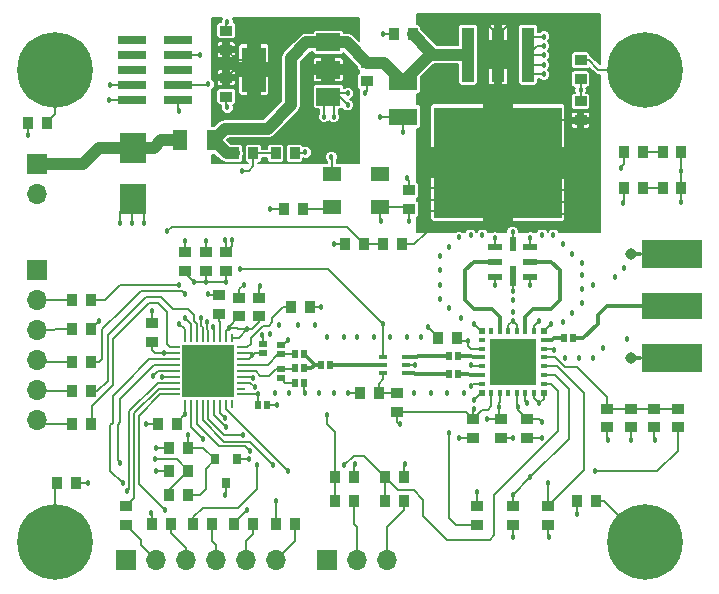
<source format=gtl>
G04 #@! TF.FileFunction,Copper,L1,Top,Signal*
%FSLAX46Y46*%
G04 Gerber Fmt 4.6, Leading zero omitted, Abs format (unit mm)*
G04 Created by KiCad (PCBNEW 4.0.7-e2-6376~58~ubuntu16.04.1) date Thu Aug  2 15:14:07 2018*
%MOMM*%
%LPD*%
G01*
G04 APERTURE LIST*
%ADD10C,0.100000*%
%ADD11R,1.700000X1.700000*%
%ADD12O,1.700000X1.700000*%
%ADD13C,0.457200*%
%ADD14C,0.609600*%
%ADD15R,0.280000X0.750000*%
%ADD16R,0.750000X0.280000*%
%ADD17R,4.400000X4.400000*%
%ADD18R,1.200000X0.600000*%
%ADD19R,0.600000X1.200000*%
%ADD20R,0.600000X1.700000*%
%ADD21R,3.500000X0.600000*%
%ADD22R,0.600000X3.500000*%
%ADD23C,0.558800*%
%ADD24R,0.400000X0.550000*%
%ADD25R,0.550000X0.500000*%
%ADD26R,0.550000X0.400000*%
%ADD27R,3.875000X3.875000*%
%ADD28R,0.820000X1.000000*%
%ADD29R,0.650000X0.575000*%
%ADD30R,1.000000X0.820000*%
%ADD31R,0.575000X0.650000*%
%ADD32R,2.400000X1.460000*%
%ADD33R,2.300000X2.500000*%
%ADD34R,2.400000X0.740000*%
%ADD35R,5.080000X2.290000*%
%ADD36R,5.080000X2.420000*%
%ADD37C,0.970000*%
%ADD38R,0.950000X0.460000*%
%ADD39R,1.220000X1.800000*%
%ADD40C,6.400000*%
%ADD41C,0.800000*%
%ADD42R,2.000000X3.800000*%
%ADD43R,2.000000X1.500000*%
%ADD44R,1.100000X4.600000*%
%ADD45R,10.800000X9.400000*%
%ADD46R,1.500000X1.200000*%
%ADD47R,0.800000X0.900000*%
%ADD48R,0.650000X0.400000*%
%ADD49C,0.203200*%
%ADD50C,0.127000*%
%ADD51C,1.016000*%
%ADD52C,0.350520*%
G04 APERTURE END LIST*
D10*
D11*
X117000000Y-60500000D03*
D12*
X117000000Y-63040000D03*
X117000000Y-65580000D03*
X117000000Y-68120000D03*
X117000000Y-70660000D03*
X117000000Y-73200000D03*
D13*
X137100000Y-70900000D03*
D14*
X131500000Y-70500000D03*
X133000000Y-70500000D03*
X133000000Y-67500000D03*
X131500000Y-67500000D03*
X130000000Y-67500000D03*
D15*
X131500000Y-66220000D03*
X132000000Y-66220000D03*
X132500000Y-66220000D03*
X133000000Y-66220000D03*
X133500000Y-66220000D03*
X131000000Y-66220000D03*
X130500000Y-66220000D03*
X130000000Y-66220000D03*
X129500000Y-66220000D03*
D16*
X134280000Y-69000000D03*
X134280000Y-69500000D03*
X134280000Y-70000000D03*
X134280000Y-70500000D03*
X134280000Y-71000000D03*
X134280000Y-67000000D03*
X134280000Y-67500000D03*
X134280000Y-68000000D03*
X134280000Y-68500000D03*
D15*
X131500000Y-71780000D03*
X131000000Y-71780000D03*
X130500000Y-71780000D03*
X130000000Y-71780000D03*
X129500000Y-71780000D03*
X133500000Y-71780000D03*
X133000000Y-71780000D03*
X132500000Y-71780000D03*
X132000000Y-71780000D03*
D16*
X128720000Y-69000000D03*
X128720000Y-68500000D03*
X128720000Y-68000000D03*
X128720000Y-67500000D03*
X128720000Y-67000000D03*
X128720000Y-71000000D03*
X128720000Y-70500000D03*
X128720000Y-70000000D03*
X128720000Y-69500000D03*
D17*
X131500000Y-69000000D03*
D14*
X130000000Y-70500000D03*
X133000000Y-69000000D03*
X131500000Y-69000000D03*
X130000000Y-69000000D03*
D13*
X133500000Y-57900000D03*
X124050000Y-56500000D03*
X125050000Y-56500000D03*
X126050000Y-56500000D03*
X134900000Y-46300000D03*
X135900000Y-46300000D03*
X134900000Y-40700000D03*
X135900000Y-40700000D03*
X141300000Y-47500000D03*
X142100000Y-47500000D03*
X143300000Y-46500000D03*
X143300000Y-45500000D03*
X159900000Y-40700000D03*
X159900000Y-43900000D03*
X159900000Y-43100000D03*
X159900000Y-42300000D03*
X159900000Y-41500000D03*
X155300000Y-39300000D03*
X156100000Y-39300000D03*
X156900000Y-39300000D03*
X153500000Y-66500000D03*
X157700000Y-72100000D03*
X156100000Y-72100000D03*
X155100000Y-73100000D03*
X159700000Y-73300000D03*
X149900000Y-55500000D03*
X162300000Y-55700000D03*
X149900000Y-54500000D03*
X162300000Y-54700000D03*
X149900000Y-53500000D03*
X162300000Y-53700000D03*
X149900000Y-52500000D03*
X162300000Y-52700000D03*
X149900000Y-51500000D03*
X162300000Y-51700000D03*
X164100000Y-67900000D03*
X165900000Y-61100000D03*
X163100000Y-63300000D03*
X162300000Y-59100000D03*
X154700000Y-57500000D03*
X151900000Y-58500000D03*
X151100000Y-62900000D03*
X138300000Y-70900000D03*
X139700000Y-70900000D03*
X140900000Y-70900000D03*
X142100000Y-70900000D03*
X148900000Y-70900000D03*
X150300000Y-70900000D03*
X151700000Y-70900000D03*
X153100000Y-70900000D03*
X136700000Y-65900000D03*
X137500000Y-65100000D03*
X139100000Y-65100000D03*
X140500000Y-65100000D03*
X141500000Y-66100000D03*
X143000000Y-66100000D03*
X144100000Y-66100000D03*
X145500000Y-66100000D03*
X146900000Y-66100000D03*
X148300000Y-66100000D03*
X149500000Y-66100000D03*
X157250000Y-63000000D03*
X151100000Y-59300000D03*
X160700000Y-57500000D03*
X162300000Y-64100000D03*
X166900000Y-66300000D03*
X164900000Y-67100000D03*
X162900000Y-67900000D03*
X161700000Y-67900000D03*
X164100000Y-61700000D03*
X159750000Y-57500000D03*
X163100000Y-59900000D03*
X163100000Y-60900000D03*
X163100000Y-62100000D03*
X161500000Y-64900000D03*
X153700000Y-57500000D03*
X152700000Y-57700000D03*
X166700000Y-60300000D03*
X161500000Y-58300000D03*
X151100000Y-60500000D03*
X151100000Y-61700000D03*
X151900000Y-63700000D03*
X152900000Y-64500000D03*
D18*
X158750000Y-61020000D03*
X158750000Y-59750000D03*
X158750000Y-58480000D03*
D19*
X157250000Y-58250000D03*
D18*
X155750000Y-58480000D03*
X155750000Y-59750000D03*
X155750000Y-61020000D03*
D20*
X157250000Y-61000000D03*
D13*
X157250000Y-64000000D03*
D21*
X157250000Y-67500000D03*
X157250000Y-69000000D03*
D22*
X156500000Y-68250000D03*
D23*
X158750000Y-69750000D03*
X158750000Y-68250000D03*
X157250000Y-68250000D03*
X155750000Y-68250000D03*
X158750000Y-66750000D03*
X157250000Y-66750000D03*
X155750000Y-66750000D03*
X155750000Y-69750000D03*
X157250000Y-69750000D03*
D22*
X158000000Y-68250000D03*
D24*
X155437000Y-70875000D03*
D25*
X154625000Y-70900000D03*
D26*
X154625000Y-66375000D03*
D25*
X154625000Y-65600000D03*
X159875000Y-65600000D03*
D27*
X157250000Y-68250000D03*
D25*
X159875000Y-70900000D03*
D26*
X159875000Y-70125000D03*
X159875000Y-69375000D03*
X159875000Y-68625000D03*
X159875000Y-67875000D03*
X159875000Y-67125000D03*
X159875000Y-66375000D03*
D24*
X159063000Y-65625000D03*
X158338000Y-65625000D03*
X157613000Y-65625000D03*
X156887000Y-65625000D03*
X156162000Y-65625000D03*
X155437000Y-65625000D03*
D26*
X154625000Y-67125000D03*
X154625000Y-67875000D03*
X154625000Y-68625000D03*
X154625000Y-69375000D03*
X154625000Y-70125000D03*
D24*
X156162000Y-70875000D03*
X156887000Y-70875000D03*
X157613000Y-70875000D03*
X158338000Y-70875000D03*
X159063000Y-70875000D03*
D28*
X128800000Y-73500000D03*
X127200000Y-73500000D03*
D29*
X136100000Y-67487500D03*
X136100000Y-66712500D03*
D30*
X135800000Y-64400000D03*
X135800000Y-62800000D03*
X144900000Y-42900000D03*
X144900000Y-44500000D03*
X134100000Y-64400000D03*
X134100000Y-62800000D03*
X165250000Y-72200000D03*
X165250000Y-73800000D03*
D31*
X135712500Y-71900000D03*
X136487500Y-71900000D03*
D28*
X152550000Y-66250000D03*
X150950000Y-66250000D03*
D30*
X129500000Y-58950000D03*
X129500000Y-60550000D03*
X126750000Y-66550000D03*
X126750000Y-64950000D03*
X133000000Y-44200000D03*
X133000000Y-45800000D03*
D32*
X148000000Y-44520000D03*
X148000000Y-47480000D03*
D30*
X133000000Y-41800000D03*
X133000000Y-40200000D03*
D28*
X148800000Y-40500000D03*
X147200000Y-40500000D03*
D30*
X132375000Y-64225000D03*
X132375000Y-62625000D03*
X163000000Y-47800000D03*
X163000000Y-46200000D03*
D31*
X139587500Y-70000000D03*
X138812500Y-70000000D03*
D28*
X129800000Y-75500000D03*
X128200000Y-75500000D03*
D29*
X137600000Y-66812500D03*
X137600000Y-67587500D03*
D31*
X138812500Y-68800000D03*
X139587500Y-68800000D03*
X141012500Y-68500000D03*
X141787500Y-68500000D03*
D28*
X145900000Y-70900000D03*
X144300000Y-70900000D03*
D30*
X148500000Y-55300000D03*
X148500000Y-53700000D03*
X153900000Y-73100000D03*
X153900000Y-74700000D03*
D31*
X151862500Y-67750000D03*
X152637500Y-67750000D03*
X151862500Y-69250000D03*
X152637500Y-69250000D03*
D30*
X156300000Y-73100000D03*
X156300000Y-74700000D03*
D31*
X162387500Y-66250000D03*
X161612500Y-66250000D03*
D30*
X158500000Y-73100000D03*
X158500000Y-74700000D03*
X131250000Y-58950000D03*
X131250000Y-60550000D03*
D28*
X171550000Y-50500000D03*
X169950000Y-50500000D03*
X171550000Y-53500000D03*
X169950000Y-53500000D03*
D33*
X125100000Y-50150000D03*
X125100000Y-54450000D03*
D11*
X117000000Y-51500000D03*
D12*
X117000000Y-54040000D03*
D34*
X128950000Y-46040000D03*
X125050000Y-46040000D03*
X128950000Y-44770000D03*
X125050000Y-44770000D03*
X128950000Y-43500000D03*
X125050000Y-43500000D03*
X128950000Y-42230000D03*
X125050000Y-42230000D03*
X128950000Y-40960000D03*
X125050000Y-40960000D03*
D11*
X124500000Y-85000000D03*
D12*
X127040000Y-85000000D03*
X129580000Y-85000000D03*
X132120000Y-85000000D03*
X134660000Y-85000000D03*
X137200000Y-85000000D03*
D11*
X141500000Y-85000000D03*
D12*
X144040000Y-85000000D03*
X146580000Y-85000000D03*
D35*
X170720000Y-63500000D03*
D36*
X170720000Y-67880000D03*
X170720000Y-59120000D03*
D37*
X167280000Y-67880000D03*
X167280000Y-59120000D03*
D38*
X167730000Y-67880000D03*
X167730000Y-59120000D03*
D39*
X131930000Y-49500000D03*
X129070000Y-49500000D03*
D30*
X133000000Y-58950000D03*
X133000000Y-60550000D03*
D29*
X137600000Y-69587500D03*
X137600000Y-68812500D03*
D31*
X138812500Y-67600000D03*
X139587500Y-67600000D03*
D30*
X147500000Y-72500000D03*
X147500000Y-70900000D03*
D40*
X118500000Y-83500000D03*
D41*
X120900000Y-83500000D03*
X120197056Y-85197056D03*
X118500000Y-85900000D03*
X116802944Y-85197056D03*
X116100000Y-83500000D03*
X116802944Y-81802944D03*
X118500000Y-81100000D03*
X120197056Y-81802944D03*
D40*
X118500000Y-43500000D03*
D41*
X120900000Y-43500000D03*
X120197056Y-45197056D03*
X118500000Y-45900000D03*
X116802944Y-45197056D03*
X116100000Y-43500000D03*
X116802944Y-41802944D03*
X118500000Y-41100000D03*
X120197056Y-41802944D03*
D40*
X168500000Y-43500000D03*
D41*
X170900000Y-43500000D03*
X170197056Y-45197056D03*
X168500000Y-45900000D03*
X166802944Y-45197056D03*
X166100000Y-43500000D03*
X166802944Y-41802944D03*
X168500000Y-41100000D03*
X170197056Y-41802944D03*
D40*
X168500000Y-83500000D03*
D41*
X170900000Y-83500000D03*
X170197056Y-85197056D03*
X168500000Y-85900000D03*
X166802944Y-85197056D03*
X166100000Y-83500000D03*
X166802944Y-81802944D03*
X168500000Y-81100000D03*
X170197056Y-81802944D03*
D28*
X143800000Y-78000000D03*
X142200000Y-78000000D03*
X148050000Y-78000000D03*
X146450000Y-78000000D03*
X168300000Y-50500000D03*
X166700000Y-50500000D03*
X168300000Y-53500000D03*
X166700000Y-53500000D03*
X137200000Y-82000000D03*
X138800000Y-82000000D03*
D30*
X124500000Y-80450000D03*
X124500000Y-82050000D03*
D28*
X133700000Y-82000000D03*
X135300000Y-82000000D03*
X130200000Y-82000000D03*
X131800000Y-82000000D03*
X121550000Y-73500000D03*
X119950000Y-73500000D03*
X121550000Y-63000000D03*
X119950000Y-63000000D03*
X121550000Y-68250000D03*
X119950000Y-68250000D03*
X121550000Y-70750000D03*
X119950000Y-70750000D03*
X146450000Y-80000000D03*
X148050000Y-80000000D03*
X142200000Y-80000000D03*
X143800000Y-80000000D03*
D30*
X154250000Y-80450000D03*
X154250000Y-82050000D03*
D28*
X140100000Y-63600000D03*
X138500000Y-63600000D03*
X139500000Y-55300000D03*
X137900000Y-55300000D03*
X129800000Y-79500000D03*
X128200000Y-79500000D03*
X121550000Y-65500000D03*
X119950000Y-65500000D03*
X126700000Y-82000000D03*
X128300000Y-82000000D03*
X146300000Y-58300000D03*
X147900000Y-58300000D03*
X143100000Y-58300000D03*
X144700000Y-58300000D03*
X135300000Y-50600000D03*
X133700000Y-50600000D03*
X138800000Y-50600000D03*
X137200000Y-50600000D03*
D30*
X171250000Y-72200000D03*
X171250000Y-73800000D03*
X157250000Y-82050000D03*
X157250000Y-80450000D03*
D28*
X129800000Y-77500000D03*
X128200000Y-77500000D03*
D30*
X160250000Y-80450000D03*
X160250000Y-82050000D03*
D28*
X120300000Y-78500000D03*
X118700000Y-78500000D03*
X116200000Y-48000000D03*
X117800000Y-48000000D03*
D30*
X163000000Y-44300000D03*
X163000000Y-42700000D03*
D28*
X162700000Y-80000000D03*
X164300000Y-80000000D03*
D30*
X169250000Y-72200000D03*
X169250000Y-73800000D03*
X167250000Y-73800000D03*
X167250000Y-72200000D03*
D42*
X135350000Y-43500000D03*
D43*
X141650000Y-43500000D03*
X141650000Y-41200000D03*
X141650000Y-45800000D03*
D44*
X158540000Y-42225000D03*
X156000000Y-42225000D03*
X153460000Y-42225000D03*
D45*
X156000000Y-51375000D03*
D46*
X146050000Y-52350000D03*
X141950000Y-52350000D03*
X141950000Y-55150000D03*
X146050000Y-55150000D03*
D47*
X133950000Y-76500000D03*
X132050000Y-76500000D03*
X133000000Y-78500000D03*
D48*
X148200000Y-69150000D03*
X148200000Y-67850000D03*
X146300000Y-68500000D03*
X148200000Y-68500000D03*
X146300000Y-67850000D03*
X146300000Y-69150000D03*
D13*
X135300000Y-69650000D03*
X129500000Y-72700000D03*
X127700000Y-67500000D03*
X133200000Y-65400000D03*
X134800000Y-65500000D03*
X135200000Y-67700000D03*
X135700000Y-71000000D03*
X131300000Y-61500000D03*
X130300000Y-61500000D03*
X133000000Y-61500000D03*
X138200000Y-66400000D03*
X146000000Y-47500000D03*
X141000000Y-63600000D03*
X135900000Y-61800000D03*
X134500000Y-61700000D03*
X126700000Y-63900000D03*
X126200000Y-73500000D03*
X137300000Y-71900000D03*
X116250000Y-49000000D03*
X171500000Y-54750000D03*
X129000000Y-47000000D03*
X148000000Y-48750000D03*
X144750000Y-45500000D03*
X146250000Y-40500000D03*
X163000000Y-45250000D03*
X131250000Y-58000000D03*
X129500000Y-58000000D03*
X136000000Y-66000000D03*
X165300000Y-74900000D03*
X169300000Y-74900000D03*
X162700000Y-81100000D03*
X160300000Y-83100000D03*
X142100000Y-58300000D03*
X148300000Y-52700000D03*
X139700000Y-50500000D03*
X141900000Y-50900000D03*
X171500000Y-52100000D03*
X134900000Y-76500000D03*
X131475000Y-62525000D03*
X127100000Y-75500000D03*
X121300000Y-78500000D03*
X133100000Y-46700000D03*
X133100000Y-39500000D03*
X150100000Y-65300000D03*
X152700000Y-74700000D03*
X157300000Y-74700000D03*
X159700000Y-74700000D03*
X158500000Y-71700000D03*
X143300000Y-70900000D03*
X149000000Y-68500000D03*
X157250000Y-62250000D03*
X155750000Y-57750000D03*
X157250000Y-57250000D03*
X158750000Y-57750000D03*
X158750000Y-61750000D03*
X155750000Y-61750000D03*
X153750000Y-68500000D03*
X153750000Y-70250000D03*
X154000000Y-71500000D03*
X159500000Y-71750000D03*
X160750000Y-67250000D03*
X157250000Y-64750000D03*
X159500000Y-64750000D03*
X160500000Y-65000000D03*
X154000000Y-65000000D03*
X148100000Y-76900000D03*
X122250000Y-64750000D03*
X126600000Y-81000000D03*
X154000000Y-72250000D03*
X157300000Y-83100000D03*
X146100000Y-56300000D03*
X123100000Y-46100000D03*
X127100000Y-77500000D03*
X132900000Y-79500000D03*
X132900000Y-57900000D03*
X143900000Y-76900000D03*
X147700000Y-73500000D03*
X148500000Y-56300000D03*
X143100000Y-43500000D03*
X133900000Y-42700000D03*
X133900000Y-43300000D03*
X157100000Y-42100000D03*
X167300000Y-74900000D03*
X131900000Y-65300000D03*
X129800000Y-74400000D03*
X132900000Y-73000000D03*
X131500000Y-44750000D03*
X123200000Y-44800000D03*
X133000000Y-73750000D03*
X130750000Y-42250000D03*
X127000000Y-76500000D03*
X131400000Y-64900000D03*
X134200000Y-60400000D03*
X141500000Y-72750000D03*
X146250000Y-65000000D03*
X166400000Y-51800000D03*
X135000000Y-75800000D03*
X137000000Y-77000000D03*
X166600000Y-54800000D03*
X137200000Y-80000000D03*
X124600000Y-79200000D03*
X134800000Y-80800000D03*
X127800000Y-80800000D03*
X135600000Y-77000000D03*
X131000000Y-74800000D03*
X129000000Y-61750000D03*
X129000000Y-65000000D03*
X129500000Y-64500000D03*
X129500000Y-62500000D03*
X124000000Y-76800000D03*
X158750000Y-78000000D03*
X154250000Y-79250000D03*
X157250000Y-79500000D03*
X134400000Y-74400000D03*
X151900000Y-74300000D03*
X136700000Y-55300000D03*
X135400000Y-70400000D03*
X128000000Y-57200000D03*
X126800000Y-69400000D03*
X134300000Y-52100000D03*
X127600000Y-69500000D03*
X124250000Y-78500000D03*
X160250000Y-78500000D03*
X164250000Y-77500000D03*
X138250000Y-77500000D03*
X130900000Y-64500000D03*
X143000000Y-77000000D03*
D49*
X134280000Y-69500000D02*
X135150000Y-69500000D01*
X135150000Y-69500000D02*
X135300000Y-69650000D01*
X129500000Y-71780000D02*
X129500000Y-72700000D01*
X129500000Y-72700000D02*
X128800000Y-73400000D01*
X128800000Y-73500000D02*
X128800000Y-73400000D01*
X128720000Y-67500000D02*
X127700000Y-67500000D01*
X126750000Y-67250000D02*
X127000000Y-67500000D01*
X127000000Y-67500000D02*
X127700000Y-67500000D01*
X126750000Y-67250000D02*
X126750000Y-66550000D01*
X133200000Y-65400000D02*
X133200000Y-65300000D01*
X133200000Y-65300000D02*
X134100000Y-64400000D01*
X133200000Y-65400000D02*
X133900000Y-65400000D01*
X133000000Y-65600000D02*
X133200000Y-65400000D01*
X133000000Y-66220000D02*
X133000000Y-65600000D01*
X134000000Y-65500000D02*
X134800000Y-65500000D01*
X133900000Y-65400000D02*
X134000000Y-65500000D01*
X135800000Y-64400000D02*
X135800000Y-64900000D01*
X134080000Y-66220000D02*
X134800000Y-65500000D01*
X134080000Y-66220000D02*
X133500000Y-66220000D01*
X135200000Y-65500000D02*
X134800000Y-65500000D01*
X135800000Y-64900000D02*
X135200000Y-65500000D01*
X134280000Y-67500000D02*
X135000000Y-67500000D01*
X135000000Y-67500000D02*
X135200000Y-67700000D01*
X136100000Y-67487500D02*
X135412500Y-67487500D01*
X134900000Y-68000000D02*
X135200000Y-67700000D01*
X134900000Y-68000000D02*
X134280000Y-68000000D01*
X135412500Y-67487500D02*
X135200000Y-67700000D01*
X135712500Y-71900000D02*
X135712500Y-71012500D01*
X135700000Y-71000000D02*
X134280000Y-71000000D01*
X135712500Y-71012500D02*
X135700000Y-71000000D01*
X131300000Y-61500000D02*
X130300000Y-61500000D01*
X130300000Y-61500000D02*
X129500000Y-60700000D01*
X131300000Y-61500000D02*
X133000000Y-61500000D01*
X129500000Y-60550000D02*
X129500000Y-60700000D01*
X131250000Y-60550000D02*
X131250000Y-61450000D01*
X131250000Y-61450000D02*
X131300000Y-61500000D01*
X133000000Y-60550000D02*
X133000000Y-61500000D01*
X137600000Y-66812500D02*
X137787500Y-66812500D01*
X137787500Y-66812500D02*
X138200000Y-66400000D01*
X139587500Y-70000000D02*
X139587500Y-70787500D01*
X139587500Y-70787500D02*
X139700000Y-70900000D01*
X148000000Y-47480000D02*
X146020000Y-47480000D01*
X146020000Y-47480000D02*
X146000000Y-47500000D01*
X140100000Y-63600000D02*
X141000000Y-63600000D01*
X135900000Y-61800000D02*
X135800000Y-61900000D01*
X135800000Y-61900000D02*
X135800000Y-62800000D01*
X134100000Y-62800000D02*
X134100000Y-62100000D01*
X134100000Y-62100000D02*
X134500000Y-61700000D01*
X126750000Y-64950000D02*
X126750000Y-63950000D01*
X126750000Y-63950000D02*
X126700000Y-63900000D01*
X127200000Y-73500000D02*
X126200000Y-73500000D01*
X136487500Y-71900000D02*
X137300000Y-71900000D01*
X170720000Y-59120000D02*
X167280000Y-59120000D01*
X170720000Y-67880000D02*
X167280000Y-67880000D01*
X116200000Y-48000000D02*
X116200000Y-48950000D01*
X116200000Y-48950000D02*
X116250000Y-49000000D01*
X171550000Y-53500000D02*
X171550000Y-54700000D01*
X171550000Y-54700000D02*
X171500000Y-54750000D01*
X128950000Y-46040000D02*
X128950000Y-46950000D01*
X128950000Y-46950000D02*
X129000000Y-47000000D01*
X148000000Y-47480000D02*
X148000000Y-48750000D01*
X144900000Y-44500000D02*
X144900000Y-45350000D01*
X144900000Y-45350000D02*
X144750000Y-45500000D01*
X147200000Y-40500000D02*
X146250000Y-40500000D01*
X163000000Y-46200000D02*
X163000000Y-45250000D01*
X163000000Y-45250000D02*
X163000000Y-44300000D01*
X131250000Y-58950000D02*
X131250000Y-58000000D01*
X129500000Y-58950000D02*
X129500000Y-58000000D01*
X124050000Y-56500000D02*
X124050000Y-55500000D01*
X124050000Y-55500000D02*
X125100000Y-54450000D01*
X126050000Y-56500000D02*
X126050000Y-55400000D01*
X126050000Y-55400000D02*
X125100000Y-54450000D01*
X125050000Y-56500000D02*
X125050000Y-54500000D01*
X125050000Y-54500000D02*
X125100000Y-54450000D01*
X136100000Y-66712500D02*
X136100000Y-66100000D01*
X136100000Y-66100000D02*
X136000000Y-66000000D01*
X165250000Y-73800000D02*
X165250000Y-74850000D01*
X165250000Y-74850000D02*
X165300000Y-74900000D01*
X169250000Y-73800000D02*
X169250000Y-74850000D01*
X169250000Y-74850000D02*
X169300000Y-74900000D01*
X162700000Y-80000000D02*
X162700000Y-81100000D01*
X160250000Y-82050000D02*
X160250000Y-83050000D01*
X160250000Y-83050000D02*
X160300000Y-83100000D01*
X143100000Y-58300000D02*
X142100000Y-58300000D01*
X148500000Y-53700000D02*
X148500000Y-52900000D01*
X148500000Y-52900000D02*
X148300000Y-52700000D01*
X138800000Y-50600000D02*
X139600000Y-50600000D01*
X139600000Y-50600000D02*
X139700000Y-50500000D01*
X141950000Y-52350000D02*
X141950000Y-50950000D01*
X141950000Y-50950000D02*
X141900000Y-50900000D01*
X171550000Y-50500000D02*
X171550000Y-52050000D01*
X171550000Y-52150000D02*
X171500000Y-52100000D01*
X171550000Y-52150000D02*
X171550000Y-53500000D01*
X171550000Y-52050000D02*
X171500000Y-52100000D01*
X133950000Y-76500000D02*
X134900000Y-76500000D01*
X132375000Y-62625000D02*
X131575000Y-62625000D01*
X131575000Y-62625000D02*
X131475000Y-62525000D01*
X128200000Y-75500000D02*
X127100000Y-75500000D01*
X120300000Y-78500000D02*
X121300000Y-78500000D01*
X143300000Y-45500000D02*
X141950000Y-45500000D01*
X141950000Y-45500000D02*
X141650000Y-45800000D01*
X143300000Y-46500000D02*
X142600000Y-45800000D01*
X142600000Y-45800000D02*
X141650000Y-45800000D01*
X141300000Y-47500000D02*
X141300000Y-46150000D01*
X141300000Y-46150000D02*
X141650000Y-45800000D01*
X142100000Y-47500000D02*
X142100000Y-46250000D01*
X142100000Y-46250000D02*
X141650000Y-45800000D01*
X133000000Y-45800000D02*
X133000000Y-46600000D01*
X133000000Y-46600000D02*
X133100000Y-46700000D01*
X133000000Y-40200000D02*
X133000000Y-39600000D01*
X133000000Y-39600000D02*
X133100000Y-39500000D01*
X159900000Y-43900000D02*
X159100000Y-43900000D01*
X159100000Y-43900000D02*
X158540000Y-43340000D01*
X158540000Y-43340000D02*
X158540000Y-42225000D01*
X159900000Y-40700000D02*
X159100000Y-40700000D01*
X159100000Y-40700000D02*
X158540000Y-41260000D01*
X158540000Y-41260000D02*
X158540000Y-42225000D01*
X159900000Y-43100000D02*
X159100000Y-43100000D01*
X159100000Y-43100000D02*
X158540000Y-42540000D01*
X158540000Y-42540000D02*
X158540000Y-42225000D01*
X159900000Y-42300000D02*
X158615000Y-42300000D01*
X158615000Y-42300000D02*
X158540000Y-42225000D01*
X159900000Y-41500000D02*
X159300000Y-41500000D01*
X159300000Y-41500000D02*
X158575000Y-42225000D01*
X158575000Y-42225000D02*
X158540000Y-42225000D01*
X150950000Y-66250000D02*
X150950000Y-66150000D01*
X150950000Y-66150000D02*
X150100000Y-65300000D01*
X153900000Y-74700000D02*
X152700000Y-74700000D01*
X156300000Y-74700000D02*
X157300000Y-74700000D01*
X158500000Y-74700000D02*
X159700000Y-74700000D01*
X158338000Y-70875000D02*
X158338000Y-71538000D01*
X158338000Y-71538000D02*
X158500000Y-71700000D01*
X144300000Y-70900000D02*
X143300000Y-70900000D01*
X148200000Y-68500000D02*
X149000000Y-68500000D01*
D50*
X157250000Y-61000000D02*
X157250000Y-62250000D01*
X155750000Y-58480000D02*
X155750000Y-57750000D01*
X157250000Y-58250000D02*
X157250000Y-57250000D01*
X158750000Y-58480000D02*
X158750000Y-57750000D01*
X158750000Y-61020000D02*
X158750000Y-61750000D01*
X155750000Y-61020000D02*
X155750000Y-61750000D01*
X154625000Y-68625000D02*
X153875000Y-68625000D01*
X153875000Y-68625000D02*
X153750000Y-68500000D01*
X154625000Y-70125000D02*
X153875000Y-70125000D01*
X153875000Y-70125000D02*
X153750000Y-70250000D01*
X154625000Y-70900000D02*
X154600000Y-70900000D01*
X154600000Y-70900000D02*
X154000000Y-71500000D01*
X159063000Y-70875000D02*
X159063000Y-71313000D01*
X159875000Y-71375000D02*
X159500000Y-71750000D01*
X159875000Y-71375000D02*
X159875000Y-70900000D01*
X159063000Y-71313000D02*
X159500000Y-71750000D01*
X159875000Y-67125000D02*
X160625000Y-67125000D01*
X160625000Y-67125000D02*
X160750000Y-67250000D01*
X156887000Y-65625000D02*
X156887000Y-65113000D01*
X157613000Y-65113000D02*
X157250000Y-64750000D01*
X157613000Y-65113000D02*
X157613000Y-65625000D01*
X156887000Y-65113000D02*
X157250000Y-64750000D01*
X159500000Y-64750000D02*
X159063000Y-65187000D01*
X159063000Y-65187000D02*
X159063000Y-65625000D01*
X159875000Y-65600000D02*
X159900000Y-65600000D01*
X159900000Y-65600000D02*
X160500000Y-65000000D01*
X154625000Y-65600000D02*
X154600000Y-65600000D01*
X154600000Y-65600000D02*
X154000000Y-65000000D01*
D49*
X148050000Y-78000000D02*
X148050000Y-76950000D01*
X148050000Y-76950000D02*
X148100000Y-76900000D01*
D51*
X133700000Y-50600000D02*
X133030000Y-50600000D01*
X133030000Y-50600000D02*
X131930000Y-49500000D01*
X144900000Y-42900000D02*
X146380000Y-42900000D01*
X146380000Y-42900000D02*
X148000000Y-44520000D01*
X141650000Y-41200000D02*
X143200000Y-41200000D01*
X143200000Y-41200000D02*
X144900000Y-42900000D01*
X148800000Y-40500000D02*
X150295000Y-41995000D01*
X150295000Y-41995000D02*
X150295000Y-42225000D01*
X148000000Y-44520000D02*
X150295000Y-42225000D01*
X150295000Y-42225000D02*
X153460000Y-42225000D01*
X147520000Y-44520000D02*
X148000000Y-44520000D01*
X131930000Y-49500000D02*
X132930000Y-48500000D01*
X139800000Y-41200000D02*
X141650000Y-41200000D01*
X138500000Y-42500000D02*
X139800000Y-41200000D01*
X138500000Y-46500000D02*
X138500000Y-42500000D01*
X136500000Y-48500000D02*
X138500000Y-46500000D01*
X132930000Y-48500000D02*
X136500000Y-48500000D01*
D49*
X121550000Y-65500000D02*
X121550000Y-65450000D01*
X121550000Y-65450000D02*
X122250000Y-64750000D01*
X126700000Y-82000000D02*
X126700000Y-81100000D01*
X126700000Y-81100000D02*
X126600000Y-81000000D01*
X133500000Y-57900000D02*
X133500000Y-58450000D01*
X133500000Y-58450000D02*
X133000000Y-58950000D01*
X147500000Y-72500000D02*
X153300000Y-72500000D01*
X153300000Y-72500000D02*
X153900000Y-73100000D01*
X153900000Y-73100000D02*
X153900000Y-72350000D01*
X153900000Y-72350000D02*
X154000000Y-72250000D01*
X157250000Y-82050000D02*
X157250000Y-83050000D01*
X157250000Y-83050000D02*
X157300000Y-83100000D01*
X146050000Y-55150000D02*
X146050000Y-56250000D01*
X146050000Y-56250000D02*
X146100000Y-56300000D01*
X125050000Y-46040000D02*
X123160000Y-46040000D01*
X123160000Y-46040000D02*
X123100000Y-46100000D01*
X128200000Y-77500000D02*
X127100000Y-77500000D01*
X133000000Y-78500000D02*
X133000000Y-79400000D01*
X133000000Y-79400000D02*
X132900000Y-79500000D01*
X133000000Y-58950000D02*
X133000000Y-58000000D01*
X133000000Y-58000000D02*
X132900000Y-57900000D01*
X143800000Y-78000000D02*
X143800000Y-77000000D01*
X143800000Y-77000000D02*
X143900000Y-76900000D01*
X147500000Y-72500000D02*
X147500000Y-73300000D01*
X147500000Y-73300000D02*
X147700000Y-73500000D01*
X148500000Y-55300000D02*
X148500000Y-56300000D01*
X146050000Y-55150000D02*
X148350000Y-55150000D01*
X148350000Y-55150000D02*
X148500000Y-55300000D01*
X141650000Y-43500000D02*
X143100000Y-43500000D01*
X134550000Y-42700000D02*
X133900000Y-42700000D01*
X133900000Y-42700000D02*
X133000000Y-41800000D01*
X134550000Y-42700000D02*
X135350000Y-43500000D01*
X135150000Y-43300000D02*
X133900000Y-43300000D01*
X133900000Y-43300000D02*
X133000000Y-44200000D01*
X135150000Y-43300000D02*
X135350000Y-43500000D01*
X135900000Y-46300000D02*
X135900000Y-44050000D01*
X135900000Y-44050000D02*
X135350000Y-43500000D01*
X134900000Y-46300000D02*
X134900000Y-43950000D01*
X134900000Y-43950000D02*
X135350000Y-43500000D01*
X135900000Y-40700000D02*
X135900000Y-42950000D01*
X135900000Y-42950000D02*
X135350000Y-43500000D01*
X134900000Y-40700000D02*
X134900000Y-43050000D01*
X134900000Y-43050000D02*
X135350000Y-43500000D01*
X153900000Y-73100000D02*
X154700000Y-72300000D01*
X154700000Y-72300000D02*
X155150000Y-72300000D01*
X155150000Y-72300000D02*
X155437000Y-72013000D01*
X155437000Y-72013000D02*
X155437000Y-70875000D01*
X132375000Y-64225000D02*
X132375000Y-64775000D01*
X132500000Y-64900000D02*
X132500000Y-66220000D01*
X132375000Y-64775000D02*
X132500000Y-64900000D01*
X147900000Y-58300000D02*
X148900000Y-58300000D01*
X149900000Y-57300000D02*
X149900000Y-55500000D01*
X148900000Y-58300000D02*
X149900000Y-57300000D01*
X162300000Y-51700000D02*
X156325000Y-51700000D01*
X156900000Y-39300000D02*
X156900000Y-39700000D01*
X156900000Y-39700000D02*
X156000000Y-40600000D01*
X156000000Y-40600000D02*
X156000000Y-42225000D01*
X156100000Y-39300000D02*
X156000000Y-39400000D01*
X156000000Y-39400000D02*
X156000000Y-42225000D01*
X155300000Y-39300000D02*
X155300000Y-39900000D01*
X155300000Y-39900000D02*
X156000000Y-40600000D01*
X156000000Y-40600000D02*
X156000000Y-42225000D01*
X156000000Y-42225000D02*
X156975000Y-42225000D01*
X156975000Y-42225000D02*
X157100000Y-42100000D01*
X149900000Y-51500000D02*
X155875000Y-51500000D01*
X155875000Y-51500000D02*
X156000000Y-51375000D01*
X149900000Y-52500000D02*
X154875000Y-52500000D01*
X154875000Y-52500000D02*
X156000000Y-51375000D01*
X149900000Y-53500000D02*
X153875000Y-53500000D01*
X153875000Y-53500000D02*
X156000000Y-51375000D01*
X149900000Y-54500000D02*
X152875000Y-54500000D01*
X152875000Y-54500000D02*
X156000000Y-51375000D01*
X149900000Y-55500000D02*
X151875000Y-55500000D01*
X151875000Y-55500000D02*
X156000000Y-51375000D01*
X162300000Y-55700000D02*
X160325000Y-55700000D01*
X160325000Y-55700000D02*
X156000000Y-51375000D01*
X162300000Y-54700000D02*
X159325000Y-54700000D01*
X159325000Y-54700000D02*
X156000000Y-51375000D01*
X162300000Y-53700000D02*
X158325000Y-53700000D01*
X158325000Y-53700000D02*
X156000000Y-51375000D01*
X162300000Y-52700000D02*
X157325000Y-52700000D01*
X157325000Y-52700000D02*
X156000000Y-51375000D01*
X156325000Y-51700000D02*
X156000000Y-51375000D01*
X163000000Y-47800000D02*
X159575000Y-47800000D01*
X159575000Y-47800000D02*
X156000000Y-51375000D01*
X153500000Y-66500000D02*
X152800000Y-66500000D01*
X152800000Y-66500000D02*
X152550000Y-66250000D01*
X154625000Y-67125000D02*
X153725000Y-67125000D01*
X153500000Y-66900000D02*
X153500000Y-66500000D01*
X153725000Y-67125000D02*
X153500000Y-66900000D01*
X167250000Y-73800000D02*
X167250000Y-74850000D01*
X167250000Y-74850000D02*
X167300000Y-74900000D01*
X155100000Y-73100000D02*
X156300000Y-73100000D01*
X156162000Y-70875000D02*
X156162000Y-71638000D01*
X156100000Y-71700000D02*
X156100000Y-72100000D01*
X156162000Y-71638000D02*
X156100000Y-71700000D01*
X156300000Y-73100000D02*
X156100000Y-72900000D01*
X156100000Y-72900000D02*
X156100000Y-72100000D01*
X157700000Y-72100000D02*
X157613000Y-72013000D01*
X157613000Y-72013000D02*
X157613000Y-70875000D01*
X158500000Y-73100000D02*
X157700000Y-72300000D01*
X157700000Y-72300000D02*
X157700000Y-72100000D01*
X159700000Y-73300000D02*
X159500000Y-73100000D01*
X159500000Y-73100000D02*
X158500000Y-73100000D01*
X137600000Y-69587500D02*
X137600000Y-69600000D01*
X137600000Y-69600000D02*
X138000000Y-70000000D01*
X138000000Y-70000000D02*
X138812500Y-70000000D01*
X132000000Y-66220000D02*
X132000000Y-65400000D01*
X132000000Y-65400000D02*
X131900000Y-65300000D01*
X129800000Y-74400000D02*
X129800000Y-75500000D01*
X132200000Y-76350000D02*
X132050000Y-76500000D01*
X129800000Y-79500000D02*
X130750000Y-79500000D01*
X131250000Y-77300000D02*
X132050000Y-76500000D01*
X131250000Y-79000000D02*
X131250000Y-77300000D01*
X130750000Y-79500000D02*
X131250000Y-79000000D01*
X129800000Y-75500000D02*
X131050000Y-75500000D01*
X131050000Y-75500000D02*
X132050000Y-76500000D01*
X132000000Y-76450000D02*
X132050000Y-76500000D01*
X134280000Y-68500000D02*
X136500000Y-68500000D01*
X136500000Y-68500000D02*
X137412500Y-67587500D01*
X137412500Y-67587500D02*
X137600000Y-67587500D01*
X137600000Y-67587500D02*
X138800000Y-67587500D01*
X138800000Y-67587500D02*
X138812500Y-67600000D01*
X134280000Y-69000000D02*
X135500000Y-69000000D01*
X137187500Y-68812500D02*
X137600000Y-68812500D01*
X136600000Y-69400000D02*
X137187500Y-68812500D01*
X135900000Y-69400000D02*
X136600000Y-69400000D01*
X135500000Y-69000000D02*
X135900000Y-69400000D01*
X137600000Y-68812500D02*
X138800000Y-68812500D01*
X138800000Y-68812500D02*
X138812500Y-68800000D01*
D52*
X141012500Y-68500000D02*
X140500000Y-68500000D01*
X140200000Y-68800000D02*
X139587500Y-68800000D01*
X140500000Y-68500000D02*
X140200000Y-68800000D01*
X141012500Y-68500000D02*
X140487500Y-68500000D01*
X140487500Y-68500000D02*
X139587500Y-67600000D01*
X146300000Y-68500000D02*
X141787500Y-68500000D01*
D49*
X147500000Y-70900000D02*
X145900000Y-70900000D01*
X146300000Y-69150000D02*
X146300000Y-69700000D01*
X145900000Y-70100000D02*
X145900000Y-70900000D01*
X146300000Y-69700000D02*
X145900000Y-70100000D01*
D52*
X151862500Y-67750000D02*
X149250000Y-67750000D01*
X149150000Y-67850000D02*
X148200000Y-67850000D01*
X149250000Y-67750000D02*
X149150000Y-67850000D01*
X154625000Y-67875000D02*
X153875000Y-67875000D01*
X153750000Y-67750000D02*
X152637500Y-67750000D01*
X153875000Y-67875000D02*
X153750000Y-67750000D01*
X151862500Y-69250000D02*
X149000000Y-69250000D01*
X148900000Y-69150000D02*
X148200000Y-69150000D01*
X149000000Y-69250000D02*
X148900000Y-69150000D01*
X154625000Y-69375000D02*
X153625000Y-69375000D01*
X153500000Y-69250000D02*
X152637500Y-69250000D01*
X153625000Y-69375000D02*
X153500000Y-69250000D01*
D49*
X169250000Y-72200000D02*
X171250000Y-72200000D01*
X167250000Y-72200000D02*
X169250000Y-72200000D01*
X165250000Y-72200000D02*
X167250000Y-72200000D01*
X159875000Y-67875000D02*
X160875000Y-67875000D01*
X165250000Y-71250000D02*
X165250000Y-72200000D01*
X162700000Y-68700000D02*
X165250000Y-71250000D01*
X161700000Y-68700000D02*
X162700000Y-68700000D01*
X160875000Y-67875000D02*
X161700000Y-68700000D01*
D52*
X170720000Y-63500000D02*
X165250000Y-63500000D01*
X163250000Y-66250000D02*
X162387500Y-66250000D01*
X164500000Y-65000000D02*
X163250000Y-66250000D01*
X164500000Y-64250000D02*
X164500000Y-65000000D01*
X165250000Y-63500000D02*
X164500000Y-64250000D01*
X159875000Y-66375000D02*
X160625000Y-66375000D01*
X160750000Y-66250000D02*
X161612500Y-66250000D01*
X160625000Y-66375000D02*
X160750000Y-66250000D01*
D49*
X169950000Y-50500000D02*
X168300000Y-50500000D01*
X169950000Y-53500000D02*
X168300000Y-53500000D01*
D51*
X117000000Y-51500000D02*
X118500000Y-51500000D01*
X122250000Y-50150000D02*
X120900000Y-51500000D01*
X120900000Y-51500000D02*
X118500000Y-51500000D01*
X122250000Y-50150000D02*
X125100000Y-50150000D01*
X125100000Y-50150000D02*
X126850000Y-50150000D01*
X127500000Y-49500000D02*
X129070000Y-49500000D01*
X126850000Y-50150000D02*
X127500000Y-49500000D01*
D49*
X132500000Y-72600000D02*
X132900000Y-73000000D01*
X132500000Y-71780000D02*
X132500000Y-72600000D01*
X131480000Y-44770000D02*
X128950000Y-44770000D01*
X131500000Y-44750000D02*
X131480000Y-44770000D01*
X125050000Y-44770000D02*
X123230000Y-44770000D01*
X123230000Y-44770000D02*
X123200000Y-44800000D01*
X132000000Y-71780000D02*
X132000000Y-72750000D01*
X132000000Y-72750000D02*
X133000000Y-73750000D01*
X129800000Y-77500000D02*
X128800000Y-76500000D01*
X130730000Y-42230000D02*
X128950000Y-42230000D01*
X130750000Y-42250000D02*
X130730000Y-42230000D01*
X128800000Y-76500000D02*
X127000000Y-76500000D01*
X128200000Y-79500000D02*
X128200000Y-79100000D01*
X128200000Y-79100000D02*
X129800000Y-77500000D01*
X119950000Y-63000000D02*
X117040000Y-63000000D01*
X117040000Y-63000000D02*
X117000000Y-63040000D01*
X119950000Y-65500000D02*
X118500000Y-65500000D01*
X118420000Y-65580000D02*
X117000000Y-65580000D01*
X118500000Y-65500000D02*
X118420000Y-65580000D01*
X119950000Y-68250000D02*
X117130000Y-68250000D01*
X117130000Y-68250000D02*
X117000000Y-68120000D01*
X119950000Y-70750000D02*
X117090000Y-70750000D01*
X117090000Y-70750000D02*
X117000000Y-70660000D01*
X119950000Y-73500000D02*
X117300000Y-73500000D01*
X117300000Y-73500000D02*
X117000000Y-73200000D01*
X124500000Y-82050000D02*
X125750000Y-83300000D01*
X125750000Y-83710000D02*
X127040000Y-85000000D01*
X125750000Y-83300000D02*
X125750000Y-83710000D01*
X128300000Y-82000000D02*
X128300000Y-82700000D01*
X129580000Y-83980000D02*
X129580000Y-85000000D01*
X128300000Y-82700000D02*
X129580000Y-83980000D01*
X131800000Y-82000000D02*
X131800000Y-83400000D01*
X132120000Y-83720000D02*
X132120000Y-85000000D01*
X131800000Y-83400000D02*
X132120000Y-83720000D01*
X135300000Y-82000000D02*
X135300000Y-82800000D01*
X134660000Y-83440000D02*
X134660000Y-85000000D01*
X135300000Y-82800000D02*
X134660000Y-83440000D01*
X138800000Y-82000000D02*
X138800000Y-83400000D01*
X138800000Y-83400000D02*
X137200000Y-85000000D01*
X146250000Y-65000000D02*
X141650000Y-60400000D01*
X131500000Y-65600000D02*
X131400000Y-65500000D01*
X131400000Y-65500000D02*
X131400000Y-64900000D01*
X131500000Y-65600000D02*
X131500000Y-66220000D01*
X141650000Y-60400000D02*
X134200000Y-60400000D01*
X142200000Y-78000000D02*
X142200000Y-74200000D01*
X141500000Y-73500000D02*
X141500000Y-72750000D01*
X142200000Y-74200000D02*
X141500000Y-73500000D01*
X146300000Y-65050000D02*
X146300000Y-67850000D01*
X146250000Y-65000000D02*
X146300000Y-65050000D01*
X142200000Y-80000000D02*
X142200000Y-78000000D01*
X133200000Y-75400000D02*
X132400000Y-75400000D01*
X166700000Y-51500000D02*
X166400000Y-51800000D01*
X135000000Y-75800000D02*
X134600000Y-75400000D01*
X134600000Y-75400000D02*
X133200000Y-75400000D01*
X166700000Y-50500000D02*
X166700000Y-51500000D01*
X130500000Y-73500000D02*
X130500000Y-71780000D01*
X132400000Y-75400000D02*
X130500000Y-73500000D01*
X131000000Y-73200000D02*
X132800000Y-75000000D01*
X132800000Y-75000000D02*
X135000000Y-75000000D01*
X135000000Y-75000000D02*
X137000000Y-77000000D01*
X131000000Y-71780000D02*
X131000000Y-73200000D01*
X166700000Y-54700000D02*
X166700000Y-53500000D01*
X166600000Y-54800000D02*
X166700000Y-54700000D01*
X128720000Y-70000000D02*
X127200000Y-70000000D01*
X137200000Y-80000000D02*
X137200000Y-82000000D01*
X124800000Y-79000000D02*
X124600000Y-79200000D01*
X124800000Y-72400000D02*
X124800000Y-79000000D01*
X127200000Y-70000000D02*
X124800000Y-72400000D01*
X128720000Y-70500000D02*
X127300000Y-70500000D01*
X125200000Y-79750000D02*
X124500000Y-80450000D01*
X125200000Y-72600000D02*
X125200000Y-79750000D01*
X127300000Y-70500000D02*
X125200000Y-72600000D01*
X128720000Y-71000000D02*
X127400000Y-71000000D01*
X134800000Y-80800000D02*
X133700000Y-81900000D01*
X125600000Y-78600000D02*
X127800000Y-80800000D01*
X125600000Y-72800000D02*
X125600000Y-78600000D01*
X127400000Y-71000000D02*
X125600000Y-72800000D01*
X133700000Y-81900000D02*
X133700000Y-82000000D01*
X130000000Y-71780000D02*
X130000000Y-73800000D01*
X130200000Y-81400000D02*
X130200000Y-82000000D01*
X131000000Y-80600000D02*
X130200000Y-81400000D01*
X134000000Y-80600000D02*
X131000000Y-80600000D01*
X135600000Y-79000000D02*
X134000000Y-80600000D01*
X135600000Y-77000000D02*
X135600000Y-79000000D01*
X130000000Y-73800000D02*
X131000000Y-74800000D01*
X123500000Y-66250000D02*
X123400000Y-66350000D01*
X123500000Y-66250000D02*
X126500000Y-63250000D01*
X126500000Y-63250000D02*
X127250000Y-63250000D01*
X127250000Y-63250000D02*
X128000000Y-64000000D01*
X128000000Y-64000000D02*
X128000000Y-66750000D01*
X128000000Y-66750000D02*
X128250000Y-67000000D01*
X128720000Y-67000000D02*
X128250000Y-67000000D01*
X121600000Y-72000000D02*
X121600000Y-73450000D01*
X123400000Y-70200000D02*
X121600000Y-72000000D01*
X123400000Y-70000000D02*
X123400000Y-70200000D01*
X123400000Y-66350000D02*
X123400000Y-70000000D01*
X121600000Y-73450000D02*
X121550000Y-73500000D01*
X129500000Y-66220000D02*
X129500000Y-65500000D01*
X122750000Y-63000000D02*
X121550000Y-63000000D01*
X124000000Y-61750000D02*
X122750000Y-63000000D01*
X124750000Y-61750000D02*
X124000000Y-61750000D01*
X129000000Y-61750000D02*
X124750000Y-61750000D01*
X129500000Y-65500000D02*
X129000000Y-65000000D01*
X124250000Y-63750000D02*
X125750000Y-62250000D01*
X130000000Y-65000000D02*
X129500000Y-64500000D01*
X130000000Y-66220000D02*
X130000000Y-65000000D01*
X122250000Y-68250000D02*
X122500000Y-68000000D01*
X122500000Y-68000000D02*
X122500000Y-65500000D01*
X122500000Y-65500000D02*
X124250000Y-63750000D01*
X122250000Y-68250000D02*
X121550000Y-68250000D01*
X129250000Y-62250000D02*
X129500000Y-62500000D01*
X125750000Y-62250000D02*
X129250000Y-62250000D01*
X126250000Y-62750000D02*
X127500000Y-62750000D01*
X122100000Y-70750000D02*
X123000000Y-69850000D01*
X123000000Y-69850000D02*
X123000000Y-66000000D01*
X123000000Y-66000000D02*
X126250000Y-62750000D01*
X130250000Y-64250000D02*
X130250000Y-64750000D01*
X130250000Y-64750000D02*
X130500000Y-65000000D01*
X130500000Y-66220000D02*
X130500000Y-65000000D01*
X122100000Y-70750000D02*
X121550000Y-70750000D01*
X129750000Y-63750000D02*
X130250000Y-64250000D01*
X128500000Y-63750000D02*
X129750000Y-63750000D01*
X127500000Y-62750000D02*
X128500000Y-63750000D01*
X124025000Y-71375000D02*
X124025000Y-73375000D01*
X126900000Y-68500000D02*
X124025000Y-71375000D01*
X126900000Y-68500000D02*
X128720000Y-68500000D01*
X123800000Y-76550000D02*
X124000000Y-76800000D01*
X123800000Y-73600000D02*
X123800000Y-76550000D01*
X124025000Y-73375000D02*
X123800000Y-73600000D01*
X159875000Y-69375000D02*
X160875000Y-69375000D01*
X162000000Y-74750000D02*
X158750000Y-78000000D01*
X158750000Y-78000000D02*
X157250000Y-79500000D01*
X162000000Y-70500000D02*
X162000000Y-74750000D01*
X160875000Y-69375000D02*
X162000000Y-70500000D01*
X157250000Y-80450000D02*
X157250000Y-79500000D01*
X154250000Y-79250000D02*
X154250000Y-80450000D01*
X131500000Y-71780000D02*
X131500000Y-73100000D01*
X132800000Y-74400000D02*
X134400000Y-74400000D01*
X131500000Y-73100000D02*
X132800000Y-74400000D01*
X152450000Y-82050000D02*
X154250000Y-82050000D01*
X151900000Y-81500000D02*
X152450000Y-82050000D01*
X151900000Y-74300000D02*
X151900000Y-81500000D01*
X134280000Y-67000000D02*
X134800000Y-67000000D01*
X137800000Y-63600000D02*
X138500000Y-63600000D01*
X136900000Y-64500000D02*
X137800000Y-63600000D01*
X136900000Y-64900000D02*
X136900000Y-64500000D01*
X136600000Y-65200000D02*
X136900000Y-64900000D01*
X136100000Y-65200000D02*
X136600000Y-65200000D01*
X135100000Y-66200000D02*
X136100000Y-65200000D01*
X135100000Y-66700000D02*
X135100000Y-66200000D01*
X134800000Y-67000000D02*
X135100000Y-66700000D01*
X139500000Y-55300000D02*
X141800000Y-55300000D01*
X141800000Y-55300000D02*
X141950000Y-55150000D01*
X137900000Y-55300000D02*
X136700000Y-55300000D01*
X135000000Y-70000000D02*
X134280000Y-70000000D01*
X135000000Y-70000000D02*
X135400000Y-70400000D01*
X137950000Y-55350000D02*
X137900000Y-55300000D01*
X128720000Y-69000000D02*
X127200000Y-69000000D01*
X143200000Y-56800000D02*
X144700000Y-58300000D01*
X128400000Y-56800000D02*
X143200000Y-56800000D01*
X128000000Y-57200000D02*
X128400000Y-56800000D01*
X127200000Y-69000000D02*
X126800000Y-69400000D01*
X144700000Y-58300000D02*
X146300000Y-58300000D01*
X128720000Y-69500000D02*
X127600000Y-69500000D01*
X135300000Y-51700000D02*
X135300000Y-50600000D01*
X134900000Y-52100000D02*
X135300000Y-51700000D01*
X134300000Y-52100000D02*
X134900000Y-52100000D01*
X135300000Y-50600000D02*
X137200000Y-50600000D01*
X124250000Y-70250000D02*
X123400000Y-71100000D01*
X126500000Y-68000000D02*
X124250000Y-70250000D01*
X160250000Y-80450000D02*
X160250000Y-78500000D01*
X126500000Y-68000000D02*
X128720000Y-68000000D01*
X123200000Y-77450000D02*
X124250000Y-78500000D01*
X123200000Y-73600000D02*
X123200000Y-77450000D01*
X123400000Y-73400000D02*
X123200000Y-73600000D01*
X123400000Y-71100000D02*
X123400000Y-73400000D01*
X159875000Y-68625000D02*
X161025000Y-68625000D01*
X163300000Y-77400000D02*
X160250000Y-80450000D01*
X163300000Y-70900000D02*
X163300000Y-77400000D01*
X161025000Y-68625000D02*
X163300000Y-70900000D01*
D52*
X158338000Y-65625000D02*
X158338000Y-64412000D01*
X160500000Y-59750000D02*
X158750000Y-59750000D01*
X161250000Y-60500000D02*
X160500000Y-59750000D01*
X161250000Y-63000000D02*
X161250000Y-60500000D01*
X160500000Y-63750000D02*
X161250000Y-63000000D01*
X159000000Y-63750000D02*
X160500000Y-63750000D01*
X158338000Y-64412000D02*
X159000000Y-63750000D01*
D49*
X143800000Y-80000000D02*
X143800000Y-82000000D01*
X144040000Y-82240000D02*
X144040000Y-85000000D01*
X143800000Y-82000000D02*
X144040000Y-82240000D01*
X148050000Y-80000000D02*
X148050000Y-80750000D01*
X146580000Y-82220000D02*
X146580000Y-85000000D01*
X148050000Y-80750000D02*
X146580000Y-82220000D01*
X133000000Y-71780000D02*
X133000000Y-72250000D01*
X171250000Y-75750000D02*
X171250000Y-73800000D01*
X169500000Y-77500000D02*
X171250000Y-75750000D01*
X164250000Y-77500000D02*
X169500000Y-77500000D01*
X133000000Y-72250000D02*
X138250000Y-77500000D01*
D52*
X156162000Y-65625000D02*
X156162000Y-64412000D01*
X154000000Y-59750000D02*
X155750000Y-59750000D01*
X153250000Y-60500000D02*
X154000000Y-59750000D01*
X153250000Y-63000000D02*
X153250000Y-60500000D01*
X154000000Y-63750000D02*
X153250000Y-63000000D01*
X155500000Y-63750000D02*
X154000000Y-63750000D01*
X156162000Y-64412000D02*
X155500000Y-63750000D01*
D49*
X118700000Y-78500000D02*
X118500000Y-78700000D01*
X118500000Y-78700000D02*
X118500000Y-83500000D01*
X117800000Y-48000000D02*
X117800000Y-47950000D01*
X117800000Y-47950000D02*
X118500000Y-47250000D01*
X118500000Y-47250000D02*
X118500000Y-43500000D01*
X163000000Y-42700000D02*
X163700000Y-42700000D01*
X164500000Y-43500000D02*
X168500000Y-43500000D01*
X163700000Y-42700000D02*
X164500000Y-43500000D01*
X164300000Y-80000000D02*
X165000000Y-80000000D01*
X165000000Y-80000000D02*
X168500000Y-83500000D01*
X131000000Y-66220000D02*
X131000000Y-65300000D01*
X130900000Y-65200000D02*
X130900000Y-64500000D01*
X131000000Y-65300000D02*
X130900000Y-65200000D01*
X144650000Y-76200000D02*
X146450000Y-78000000D01*
X143800000Y-76200000D02*
X144650000Y-76200000D01*
X143000000Y-77000000D02*
X143800000Y-76200000D01*
X146500000Y-77950000D02*
X146450000Y-78000000D01*
X146250000Y-77800000D02*
X146450000Y-78000000D01*
X146450000Y-80000000D02*
X146450000Y-78000000D01*
X159875000Y-70125000D02*
X160525000Y-70125000D01*
X147550000Y-79100000D02*
X146450000Y-78000000D01*
X148900000Y-79100000D02*
X147550000Y-79100000D01*
X149700000Y-79900000D02*
X148900000Y-79100000D01*
X149700000Y-81300000D02*
X149700000Y-79900000D01*
X151700000Y-83300000D02*
X149700000Y-81300000D01*
X155300000Y-83300000D02*
X151700000Y-83300000D01*
X155700000Y-82900000D02*
X155300000Y-83300000D01*
X155700000Y-79500000D02*
X155700000Y-82900000D01*
X156500000Y-78700000D02*
X155700000Y-79500000D01*
X156500000Y-78700000D02*
X156500000Y-78700000D01*
X161100000Y-74100000D02*
X156500000Y-78700000D01*
X161100000Y-70700000D02*
X161100000Y-74100000D01*
X160525000Y-70125000D02*
X161100000Y-70700000D01*
D50*
G36*
X164636500Y-43043803D02*
X163996348Y-42403652D01*
X163960379Y-42379618D01*
X163860383Y-42312802D01*
X163823720Y-42305509D01*
X163823720Y-42290000D01*
X163801581Y-42172342D01*
X163732045Y-42064279D01*
X163625945Y-41991785D01*
X163500000Y-41966280D01*
X162500000Y-41966280D01*
X162382342Y-41988419D01*
X162274279Y-42057955D01*
X162201785Y-42164055D01*
X162176280Y-42290000D01*
X162176280Y-43110000D01*
X162198419Y-43227658D01*
X162267955Y-43335721D01*
X162374055Y-43408215D01*
X162500000Y-43433720D01*
X163500000Y-43433720D01*
X163617658Y-43411581D01*
X163725721Y-43342045D01*
X163735312Y-43328008D01*
X164203652Y-43796349D01*
X164285157Y-43850809D01*
X164339617Y-43887198D01*
X164500000Y-43919100D01*
X164636500Y-43919100D01*
X164636500Y-57236500D01*
X161182005Y-57236500D01*
X161163231Y-57191063D01*
X161009745Y-57037309D01*
X160809103Y-56953995D01*
X160591851Y-56953805D01*
X160391063Y-57036769D01*
X160237309Y-57190255D01*
X160225073Y-57219723D01*
X160213231Y-57191063D01*
X160059745Y-57037309D01*
X159859103Y-56953995D01*
X159641851Y-56953805D01*
X159441063Y-57036769D01*
X159287309Y-57190255D01*
X159268106Y-57236500D01*
X158937384Y-57236500D01*
X158859103Y-57203995D01*
X158641851Y-57203805D01*
X158562723Y-57236500D01*
X157796112Y-57236500D01*
X157796195Y-57141851D01*
X157713231Y-56941063D01*
X157559745Y-56787309D01*
X157359103Y-56703995D01*
X157141851Y-56703805D01*
X156941063Y-56786769D01*
X156787309Y-56940255D01*
X156703995Y-57140897D01*
X156703911Y-57236500D01*
X155937384Y-57236500D01*
X155859103Y-57203995D01*
X155641851Y-57203805D01*
X155562723Y-57236500D01*
X155182005Y-57236500D01*
X155163231Y-57191063D01*
X155009745Y-57037309D01*
X154809103Y-56953995D01*
X154591851Y-56953805D01*
X154391063Y-57036769D01*
X154237309Y-57190255D01*
X154218106Y-57236500D01*
X154182005Y-57236500D01*
X154163231Y-57191063D01*
X154009745Y-57037309D01*
X153809103Y-56953995D01*
X153591851Y-56953805D01*
X153391063Y-57036769D01*
X153237309Y-57190255D01*
X153218106Y-57236500D01*
X153007797Y-57236500D01*
X152809103Y-57153995D01*
X152591851Y-57153805D01*
X152391714Y-57236500D01*
X149163500Y-57236500D01*
X149163500Y-55982083D01*
X149225721Y-55942045D01*
X149298215Y-55835945D01*
X149323720Y-55710000D01*
X149323720Y-54890000D01*
X149301581Y-54772342D01*
X149232045Y-54664279D01*
X149163500Y-54617445D01*
X149163500Y-54382083D01*
X149225721Y-54342045D01*
X149298215Y-54235945D01*
X149323720Y-54110000D01*
X149323720Y-53290000D01*
X149301581Y-53172342D01*
X149232045Y-53064279D01*
X149163500Y-53017445D01*
X149163500Y-52660875D01*
X150282500Y-52660875D01*
X150282500Y-56138155D01*
X150330837Y-56254850D01*
X150420151Y-56344164D01*
X150536846Y-56392500D01*
X154714125Y-56392500D01*
X154793500Y-56313125D01*
X154793500Y-52581500D01*
X157206500Y-52581500D01*
X157206500Y-56313125D01*
X157285875Y-56392500D01*
X161463154Y-56392500D01*
X161579849Y-56344164D01*
X161669163Y-56254850D01*
X161717500Y-56138155D01*
X161717500Y-52660875D01*
X161638125Y-52581500D01*
X157206500Y-52581500D01*
X154793500Y-52581500D01*
X150361875Y-52581500D01*
X150282500Y-52660875D01*
X149163500Y-52660875D01*
X149163500Y-48533720D01*
X149200000Y-48533720D01*
X149317658Y-48511581D01*
X149425721Y-48442045D01*
X149498215Y-48335945D01*
X149523720Y-48210000D01*
X149523720Y-46750000D01*
X149501581Y-46632342D01*
X149488392Y-46611845D01*
X150282500Y-46611845D01*
X150282500Y-50089125D01*
X150361875Y-50168500D01*
X154793500Y-50168500D01*
X154793500Y-46436875D01*
X157206500Y-46436875D01*
X157206500Y-50168500D01*
X161638125Y-50168500D01*
X161717500Y-50089125D01*
X161717500Y-48084375D01*
X162182500Y-48084375D01*
X162182500Y-48273155D01*
X162230837Y-48389850D01*
X162320151Y-48479164D01*
X162436846Y-48527500D01*
X162670625Y-48527500D01*
X162750000Y-48448125D01*
X162750000Y-48005000D01*
X163250000Y-48005000D01*
X163250000Y-48448125D01*
X163329375Y-48527500D01*
X163563154Y-48527500D01*
X163679849Y-48479164D01*
X163769163Y-48389850D01*
X163817500Y-48273155D01*
X163817500Y-48084375D01*
X163738125Y-48005000D01*
X163250000Y-48005000D01*
X162750000Y-48005000D01*
X162261875Y-48005000D01*
X162182500Y-48084375D01*
X161717500Y-48084375D01*
X161717500Y-47326845D01*
X162182500Y-47326845D01*
X162182500Y-47515625D01*
X162261875Y-47595000D01*
X162750000Y-47595000D01*
X162750000Y-47151875D01*
X163250000Y-47151875D01*
X163250000Y-47595000D01*
X163738125Y-47595000D01*
X163817500Y-47515625D01*
X163817500Y-47326845D01*
X163769163Y-47210150D01*
X163679849Y-47120836D01*
X163563154Y-47072500D01*
X163329375Y-47072500D01*
X163250000Y-47151875D01*
X162750000Y-47151875D01*
X162670625Y-47072500D01*
X162436846Y-47072500D01*
X162320151Y-47120836D01*
X162230837Y-47210150D01*
X162182500Y-47326845D01*
X161717500Y-47326845D01*
X161717500Y-46611845D01*
X161669163Y-46495150D01*
X161579849Y-46405836D01*
X161463154Y-46357500D01*
X157285875Y-46357500D01*
X157206500Y-46436875D01*
X154793500Y-46436875D01*
X154714125Y-46357500D01*
X150536846Y-46357500D01*
X150420151Y-46405836D01*
X150330837Y-46495150D01*
X150282500Y-46611845D01*
X149488392Y-46611845D01*
X149432045Y-46524279D01*
X149325945Y-46451785D01*
X149200000Y-46426280D01*
X149163500Y-46426280D01*
X149163500Y-45573720D01*
X149200000Y-45573720D01*
X149317658Y-45551581D01*
X149425721Y-45482045D01*
X149498215Y-45375945D01*
X149523720Y-45250000D01*
X149523720Y-44163714D01*
X150636934Y-43050500D01*
X152586280Y-43050500D01*
X152586280Y-44525000D01*
X152608419Y-44642658D01*
X152677955Y-44750721D01*
X152784055Y-44823215D01*
X152910000Y-44848720D01*
X154010000Y-44848720D01*
X154127658Y-44826581D01*
X154235721Y-44757045D01*
X154308215Y-44650945D01*
X154333720Y-44525000D01*
X154333720Y-43454375D01*
X155132500Y-43454375D01*
X155132500Y-44588155D01*
X155180837Y-44704850D01*
X155270151Y-44794164D01*
X155386846Y-44842500D01*
X155645625Y-44842500D01*
X155725000Y-44763125D01*
X155725000Y-43375000D01*
X156275000Y-43375000D01*
X156275000Y-44763125D01*
X156354375Y-44842500D01*
X156613154Y-44842500D01*
X156729849Y-44794164D01*
X156819163Y-44704850D01*
X156867500Y-44588155D01*
X156867500Y-43454375D01*
X156788125Y-43375000D01*
X156275000Y-43375000D01*
X155725000Y-43375000D01*
X155211875Y-43375000D01*
X155132500Y-43454375D01*
X154333720Y-43454375D01*
X154333720Y-39925000D01*
X154321837Y-39861845D01*
X155132500Y-39861845D01*
X155132500Y-40995625D01*
X155211875Y-41075000D01*
X155725000Y-41075000D01*
X155725000Y-39686875D01*
X156275000Y-39686875D01*
X156275000Y-41075000D01*
X156788125Y-41075000D01*
X156867500Y-40995625D01*
X156867500Y-39925000D01*
X157666280Y-39925000D01*
X157666280Y-44525000D01*
X157688419Y-44642658D01*
X157757955Y-44750721D01*
X157864055Y-44823215D01*
X157990000Y-44848720D01*
X159090000Y-44848720D01*
X159207658Y-44826581D01*
X159315721Y-44757045D01*
X159388215Y-44650945D01*
X159413720Y-44525000D01*
X159413720Y-44319100D01*
X159546740Y-44319100D01*
X159590255Y-44362691D01*
X159790897Y-44446005D01*
X160008149Y-44446195D01*
X160208937Y-44363231D01*
X160362691Y-44209745D01*
X160446005Y-44009103D01*
X160446109Y-43890000D01*
X162176280Y-43890000D01*
X162176280Y-44710000D01*
X162198419Y-44827658D01*
X162267955Y-44935721D01*
X162374055Y-45008215D01*
X162498615Y-45033440D01*
X162453995Y-45140897D01*
X162453805Y-45358149D01*
X162498593Y-45466545D01*
X162382342Y-45488419D01*
X162274279Y-45557955D01*
X162201785Y-45664055D01*
X162176280Y-45790000D01*
X162176280Y-46610000D01*
X162198419Y-46727658D01*
X162267955Y-46835721D01*
X162374055Y-46908215D01*
X162500000Y-46933720D01*
X163500000Y-46933720D01*
X163617658Y-46911581D01*
X163725721Y-46842045D01*
X163798215Y-46735945D01*
X163823720Y-46610000D01*
X163823720Y-45790000D01*
X163801581Y-45672342D01*
X163732045Y-45564279D01*
X163625945Y-45491785D01*
X163501385Y-45466560D01*
X163546005Y-45359103D01*
X163546195Y-45141851D01*
X163501407Y-45033455D01*
X163617658Y-45011581D01*
X163725721Y-44942045D01*
X163798215Y-44835945D01*
X163823720Y-44710000D01*
X163823720Y-43890000D01*
X163801581Y-43772342D01*
X163732045Y-43664279D01*
X163625945Y-43591785D01*
X163500000Y-43566280D01*
X162500000Y-43566280D01*
X162382342Y-43588419D01*
X162274279Y-43657955D01*
X162201785Y-43764055D01*
X162176280Y-43890000D01*
X160446109Y-43890000D01*
X160446195Y-43791851D01*
X160363231Y-43591063D01*
X160272303Y-43499976D01*
X160362691Y-43409745D01*
X160446005Y-43209103D01*
X160446195Y-42991851D01*
X160363231Y-42791063D01*
X160272303Y-42699976D01*
X160362691Y-42609745D01*
X160446005Y-42409103D01*
X160446195Y-42191851D01*
X160363231Y-41991063D01*
X160272303Y-41899976D01*
X160362691Y-41809745D01*
X160446005Y-41609103D01*
X160446195Y-41391851D01*
X160363231Y-41191063D01*
X160272303Y-41099976D01*
X160362691Y-41009745D01*
X160446005Y-40809103D01*
X160446195Y-40591851D01*
X160363231Y-40391063D01*
X160209745Y-40237309D01*
X160009103Y-40153995D01*
X159791851Y-40153805D01*
X159591063Y-40236769D01*
X159546855Y-40280900D01*
X159413720Y-40280900D01*
X159413720Y-39925000D01*
X159391581Y-39807342D01*
X159322045Y-39699279D01*
X159215945Y-39626785D01*
X159090000Y-39601280D01*
X157990000Y-39601280D01*
X157872342Y-39623419D01*
X157764279Y-39692955D01*
X157691785Y-39799055D01*
X157666280Y-39925000D01*
X156867500Y-39925000D01*
X156867500Y-39861845D01*
X156819163Y-39745150D01*
X156729849Y-39655836D01*
X156613154Y-39607500D01*
X156354375Y-39607500D01*
X156275000Y-39686875D01*
X155725000Y-39686875D01*
X155645625Y-39607500D01*
X155386846Y-39607500D01*
X155270151Y-39655836D01*
X155180837Y-39745150D01*
X155132500Y-39861845D01*
X154321837Y-39861845D01*
X154311581Y-39807342D01*
X154242045Y-39699279D01*
X154135945Y-39626785D01*
X154010000Y-39601280D01*
X152910000Y-39601280D01*
X152792342Y-39623419D01*
X152684279Y-39692955D01*
X152611785Y-39799055D01*
X152586280Y-39925000D01*
X152586280Y-41399500D01*
X150866933Y-41399500D01*
X149533720Y-40066286D01*
X149533720Y-40000000D01*
X149511581Y-39882342D01*
X149442045Y-39774279D01*
X149335945Y-39701785D01*
X149210000Y-39676280D01*
X149163500Y-39676280D01*
X149163500Y-38830200D01*
X164636500Y-38830200D01*
X164636500Y-43043803D01*
X164636500Y-43043803D01*
G37*
X164636500Y-43043803D02*
X163996348Y-42403652D01*
X163960379Y-42379618D01*
X163860383Y-42312802D01*
X163823720Y-42305509D01*
X163823720Y-42290000D01*
X163801581Y-42172342D01*
X163732045Y-42064279D01*
X163625945Y-41991785D01*
X163500000Y-41966280D01*
X162500000Y-41966280D01*
X162382342Y-41988419D01*
X162274279Y-42057955D01*
X162201785Y-42164055D01*
X162176280Y-42290000D01*
X162176280Y-43110000D01*
X162198419Y-43227658D01*
X162267955Y-43335721D01*
X162374055Y-43408215D01*
X162500000Y-43433720D01*
X163500000Y-43433720D01*
X163617658Y-43411581D01*
X163725721Y-43342045D01*
X163735312Y-43328008D01*
X164203652Y-43796349D01*
X164285157Y-43850809D01*
X164339617Y-43887198D01*
X164500000Y-43919100D01*
X164636500Y-43919100D01*
X164636500Y-57236500D01*
X161182005Y-57236500D01*
X161163231Y-57191063D01*
X161009745Y-57037309D01*
X160809103Y-56953995D01*
X160591851Y-56953805D01*
X160391063Y-57036769D01*
X160237309Y-57190255D01*
X160225073Y-57219723D01*
X160213231Y-57191063D01*
X160059745Y-57037309D01*
X159859103Y-56953995D01*
X159641851Y-56953805D01*
X159441063Y-57036769D01*
X159287309Y-57190255D01*
X159268106Y-57236500D01*
X158937384Y-57236500D01*
X158859103Y-57203995D01*
X158641851Y-57203805D01*
X158562723Y-57236500D01*
X157796112Y-57236500D01*
X157796195Y-57141851D01*
X157713231Y-56941063D01*
X157559745Y-56787309D01*
X157359103Y-56703995D01*
X157141851Y-56703805D01*
X156941063Y-56786769D01*
X156787309Y-56940255D01*
X156703995Y-57140897D01*
X156703911Y-57236500D01*
X155937384Y-57236500D01*
X155859103Y-57203995D01*
X155641851Y-57203805D01*
X155562723Y-57236500D01*
X155182005Y-57236500D01*
X155163231Y-57191063D01*
X155009745Y-57037309D01*
X154809103Y-56953995D01*
X154591851Y-56953805D01*
X154391063Y-57036769D01*
X154237309Y-57190255D01*
X154218106Y-57236500D01*
X154182005Y-57236500D01*
X154163231Y-57191063D01*
X154009745Y-57037309D01*
X153809103Y-56953995D01*
X153591851Y-56953805D01*
X153391063Y-57036769D01*
X153237309Y-57190255D01*
X153218106Y-57236500D01*
X153007797Y-57236500D01*
X152809103Y-57153995D01*
X152591851Y-57153805D01*
X152391714Y-57236500D01*
X149163500Y-57236500D01*
X149163500Y-55982083D01*
X149225721Y-55942045D01*
X149298215Y-55835945D01*
X149323720Y-55710000D01*
X149323720Y-54890000D01*
X149301581Y-54772342D01*
X149232045Y-54664279D01*
X149163500Y-54617445D01*
X149163500Y-54382083D01*
X149225721Y-54342045D01*
X149298215Y-54235945D01*
X149323720Y-54110000D01*
X149323720Y-53290000D01*
X149301581Y-53172342D01*
X149232045Y-53064279D01*
X149163500Y-53017445D01*
X149163500Y-52660875D01*
X150282500Y-52660875D01*
X150282500Y-56138155D01*
X150330837Y-56254850D01*
X150420151Y-56344164D01*
X150536846Y-56392500D01*
X154714125Y-56392500D01*
X154793500Y-56313125D01*
X154793500Y-52581500D01*
X157206500Y-52581500D01*
X157206500Y-56313125D01*
X157285875Y-56392500D01*
X161463154Y-56392500D01*
X161579849Y-56344164D01*
X161669163Y-56254850D01*
X161717500Y-56138155D01*
X161717500Y-52660875D01*
X161638125Y-52581500D01*
X157206500Y-52581500D01*
X154793500Y-52581500D01*
X150361875Y-52581500D01*
X150282500Y-52660875D01*
X149163500Y-52660875D01*
X149163500Y-48533720D01*
X149200000Y-48533720D01*
X149317658Y-48511581D01*
X149425721Y-48442045D01*
X149498215Y-48335945D01*
X149523720Y-48210000D01*
X149523720Y-46750000D01*
X149501581Y-46632342D01*
X149488392Y-46611845D01*
X150282500Y-46611845D01*
X150282500Y-50089125D01*
X150361875Y-50168500D01*
X154793500Y-50168500D01*
X154793500Y-46436875D01*
X157206500Y-46436875D01*
X157206500Y-50168500D01*
X161638125Y-50168500D01*
X161717500Y-50089125D01*
X161717500Y-48084375D01*
X162182500Y-48084375D01*
X162182500Y-48273155D01*
X162230837Y-48389850D01*
X162320151Y-48479164D01*
X162436846Y-48527500D01*
X162670625Y-48527500D01*
X162750000Y-48448125D01*
X162750000Y-48005000D01*
X163250000Y-48005000D01*
X163250000Y-48448125D01*
X163329375Y-48527500D01*
X163563154Y-48527500D01*
X163679849Y-48479164D01*
X163769163Y-48389850D01*
X163817500Y-48273155D01*
X163817500Y-48084375D01*
X163738125Y-48005000D01*
X163250000Y-48005000D01*
X162750000Y-48005000D01*
X162261875Y-48005000D01*
X162182500Y-48084375D01*
X161717500Y-48084375D01*
X161717500Y-47326845D01*
X162182500Y-47326845D01*
X162182500Y-47515625D01*
X162261875Y-47595000D01*
X162750000Y-47595000D01*
X162750000Y-47151875D01*
X163250000Y-47151875D01*
X163250000Y-47595000D01*
X163738125Y-47595000D01*
X163817500Y-47515625D01*
X163817500Y-47326845D01*
X163769163Y-47210150D01*
X163679849Y-47120836D01*
X163563154Y-47072500D01*
X163329375Y-47072500D01*
X163250000Y-47151875D01*
X162750000Y-47151875D01*
X162670625Y-47072500D01*
X162436846Y-47072500D01*
X162320151Y-47120836D01*
X162230837Y-47210150D01*
X162182500Y-47326845D01*
X161717500Y-47326845D01*
X161717500Y-46611845D01*
X161669163Y-46495150D01*
X161579849Y-46405836D01*
X161463154Y-46357500D01*
X157285875Y-46357500D01*
X157206500Y-46436875D01*
X154793500Y-46436875D01*
X154714125Y-46357500D01*
X150536846Y-46357500D01*
X150420151Y-46405836D01*
X150330837Y-46495150D01*
X150282500Y-46611845D01*
X149488392Y-46611845D01*
X149432045Y-46524279D01*
X149325945Y-46451785D01*
X149200000Y-46426280D01*
X149163500Y-46426280D01*
X149163500Y-45573720D01*
X149200000Y-45573720D01*
X149317658Y-45551581D01*
X149425721Y-45482045D01*
X149498215Y-45375945D01*
X149523720Y-45250000D01*
X149523720Y-44163714D01*
X150636934Y-43050500D01*
X152586280Y-43050500D01*
X152586280Y-44525000D01*
X152608419Y-44642658D01*
X152677955Y-44750721D01*
X152784055Y-44823215D01*
X152910000Y-44848720D01*
X154010000Y-44848720D01*
X154127658Y-44826581D01*
X154235721Y-44757045D01*
X154308215Y-44650945D01*
X154333720Y-44525000D01*
X154333720Y-43454375D01*
X155132500Y-43454375D01*
X155132500Y-44588155D01*
X155180837Y-44704850D01*
X155270151Y-44794164D01*
X155386846Y-44842500D01*
X155645625Y-44842500D01*
X155725000Y-44763125D01*
X155725000Y-43375000D01*
X156275000Y-43375000D01*
X156275000Y-44763125D01*
X156354375Y-44842500D01*
X156613154Y-44842500D01*
X156729849Y-44794164D01*
X156819163Y-44704850D01*
X156867500Y-44588155D01*
X156867500Y-43454375D01*
X156788125Y-43375000D01*
X156275000Y-43375000D01*
X155725000Y-43375000D01*
X155211875Y-43375000D01*
X155132500Y-43454375D01*
X154333720Y-43454375D01*
X154333720Y-39925000D01*
X154321837Y-39861845D01*
X155132500Y-39861845D01*
X155132500Y-40995625D01*
X155211875Y-41075000D01*
X155725000Y-41075000D01*
X155725000Y-39686875D01*
X156275000Y-39686875D01*
X156275000Y-41075000D01*
X156788125Y-41075000D01*
X156867500Y-40995625D01*
X156867500Y-39925000D01*
X157666280Y-39925000D01*
X157666280Y-44525000D01*
X157688419Y-44642658D01*
X157757955Y-44750721D01*
X157864055Y-44823215D01*
X157990000Y-44848720D01*
X159090000Y-44848720D01*
X159207658Y-44826581D01*
X159315721Y-44757045D01*
X159388215Y-44650945D01*
X159413720Y-44525000D01*
X159413720Y-44319100D01*
X159546740Y-44319100D01*
X159590255Y-44362691D01*
X159790897Y-44446005D01*
X160008149Y-44446195D01*
X160208937Y-44363231D01*
X160362691Y-44209745D01*
X160446005Y-44009103D01*
X160446109Y-43890000D01*
X162176280Y-43890000D01*
X162176280Y-44710000D01*
X162198419Y-44827658D01*
X162267955Y-44935721D01*
X162374055Y-45008215D01*
X162498615Y-45033440D01*
X162453995Y-45140897D01*
X162453805Y-45358149D01*
X162498593Y-45466545D01*
X162382342Y-45488419D01*
X162274279Y-45557955D01*
X162201785Y-45664055D01*
X162176280Y-45790000D01*
X162176280Y-46610000D01*
X162198419Y-46727658D01*
X162267955Y-46835721D01*
X162374055Y-46908215D01*
X162500000Y-46933720D01*
X163500000Y-46933720D01*
X163617658Y-46911581D01*
X163725721Y-46842045D01*
X163798215Y-46735945D01*
X163823720Y-46610000D01*
X163823720Y-45790000D01*
X163801581Y-45672342D01*
X163732045Y-45564279D01*
X163625945Y-45491785D01*
X163501385Y-45466560D01*
X163546005Y-45359103D01*
X163546195Y-45141851D01*
X163501407Y-45033455D01*
X163617658Y-45011581D01*
X163725721Y-44942045D01*
X163798215Y-44835945D01*
X163823720Y-44710000D01*
X163823720Y-43890000D01*
X163801581Y-43772342D01*
X163732045Y-43664279D01*
X163625945Y-43591785D01*
X163500000Y-43566280D01*
X162500000Y-43566280D01*
X162382342Y-43588419D01*
X162274279Y-43657955D01*
X162201785Y-43764055D01*
X162176280Y-43890000D01*
X160446109Y-43890000D01*
X160446195Y-43791851D01*
X160363231Y-43591063D01*
X160272303Y-43499976D01*
X160362691Y-43409745D01*
X160446005Y-43209103D01*
X160446195Y-42991851D01*
X160363231Y-42791063D01*
X160272303Y-42699976D01*
X160362691Y-42609745D01*
X160446005Y-42409103D01*
X160446195Y-42191851D01*
X160363231Y-41991063D01*
X160272303Y-41899976D01*
X160362691Y-41809745D01*
X160446005Y-41609103D01*
X160446195Y-41391851D01*
X160363231Y-41191063D01*
X160272303Y-41099976D01*
X160362691Y-41009745D01*
X160446005Y-40809103D01*
X160446195Y-40591851D01*
X160363231Y-40391063D01*
X160209745Y-40237309D01*
X160009103Y-40153995D01*
X159791851Y-40153805D01*
X159591063Y-40236769D01*
X159546855Y-40280900D01*
X159413720Y-40280900D01*
X159413720Y-39925000D01*
X159391581Y-39807342D01*
X159322045Y-39699279D01*
X159215945Y-39626785D01*
X159090000Y-39601280D01*
X157990000Y-39601280D01*
X157872342Y-39623419D01*
X157764279Y-39692955D01*
X157691785Y-39799055D01*
X157666280Y-39925000D01*
X156867500Y-39925000D01*
X156867500Y-39861845D01*
X156819163Y-39745150D01*
X156729849Y-39655836D01*
X156613154Y-39607500D01*
X156354375Y-39607500D01*
X156275000Y-39686875D01*
X155725000Y-39686875D01*
X155645625Y-39607500D01*
X155386846Y-39607500D01*
X155270151Y-39655836D01*
X155180837Y-39745150D01*
X155132500Y-39861845D01*
X154321837Y-39861845D01*
X154311581Y-39807342D01*
X154242045Y-39699279D01*
X154135945Y-39626785D01*
X154010000Y-39601280D01*
X152910000Y-39601280D01*
X152792342Y-39623419D01*
X152684279Y-39692955D01*
X152611785Y-39799055D01*
X152586280Y-39925000D01*
X152586280Y-41399500D01*
X150866933Y-41399500D01*
X149533720Y-40066286D01*
X149533720Y-40000000D01*
X149511581Y-39882342D01*
X149442045Y-39774279D01*
X149335945Y-39701785D01*
X149210000Y-39676280D01*
X149163500Y-39676280D01*
X149163500Y-38830200D01*
X164636500Y-38830200D01*
X164636500Y-43043803D01*
G36*
X140348419Y-42067658D02*
X140417955Y-42175721D01*
X140524055Y-42248215D01*
X140650000Y-42273720D01*
X142650000Y-42273720D01*
X142767658Y-42251581D01*
X142875721Y-42182045D01*
X142932099Y-42099533D01*
X144076280Y-43243714D01*
X144076280Y-43310000D01*
X144098419Y-43427658D01*
X144167955Y-43535721D01*
X144236500Y-43582555D01*
X144236500Y-43817917D01*
X144174279Y-43857955D01*
X144101785Y-43964055D01*
X144076280Y-44090000D01*
X144076280Y-44910000D01*
X144098419Y-45027658D01*
X144167955Y-45135721D01*
X144236500Y-45182555D01*
X144236500Y-45312617D01*
X144203995Y-45390897D01*
X144203805Y-45608149D01*
X144236500Y-45687277D01*
X144236500Y-51436500D01*
X142750467Y-51436500D01*
X142700000Y-51426280D01*
X142369100Y-51426280D01*
X142369100Y-51194310D01*
X142446005Y-51009103D01*
X142446195Y-50791851D01*
X142363231Y-50591063D01*
X142209745Y-50437309D01*
X142009103Y-50353995D01*
X141791851Y-50353805D01*
X141591063Y-50436769D01*
X141437309Y-50590255D01*
X141353995Y-50790897D01*
X141353805Y-51008149D01*
X141436769Y-51208937D01*
X141530900Y-51303232D01*
X141530900Y-51426280D01*
X141200000Y-51426280D01*
X141145686Y-51436500D01*
X135719100Y-51436500D01*
X135719100Y-51422008D01*
X135827658Y-51401581D01*
X135935721Y-51332045D01*
X136008215Y-51225945D01*
X136033720Y-51100000D01*
X136033720Y-51019100D01*
X136466280Y-51019100D01*
X136466280Y-51100000D01*
X136488419Y-51217658D01*
X136557955Y-51325721D01*
X136664055Y-51398215D01*
X136790000Y-51423720D01*
X137610000Y-51423720D01*
X137727658Y-51401581D01*
X137835721Y-51332045D01*
X137908215Y-51225945D01*
X137933720Y-51100000D01*
X137933720Y-50100000D01*
X138066280Y-50100000D01*
X138066280Y-51100000D01*
X138088419Y-51217658D01*
X138157955Y-51325721D01*
X138264055Y-51398215D01*
X138390000Y-51423720D01*
X139210000Y-51423720D01*
X139327658Y-51401581D01*
X139435721Y-51332045D01*
X139508215Y-51225945D01*
X139533720Y-51100000D01*
X139533720Y-51022263D01*
X139590897Y-51046005D01*
X139808149Y-51046195D01*
X140008937Y-50963231D01*
X140162691Y-50809745D01*
X140246005Y-50609103D01*
X140246195Y-50391851D01*
X140163231Y-50191063D01*
X140009745Y-50037309D01*
X139809103Y-49953995D01*
X139591851Y-49953805D01*
X139512389Y-49986638D01*
X139511581Y-49982342D01*
X139442045Y-49874279D01*
X139335945Y-49801785D01*
X139210000Y-49776280D01*
X138390000Y-49776280D01*
X138272342Y-49798419D01*
X138164279Y-49867955D01*
X138091785Y-49974055D01*
X138066280Y-50100000D01*
X137933720Y-50100000D01*
X137911581Y-49982342D01*
X137842045Y-49874279D01*
X137735945Y-49801785D01*
X137610000Y-49776280D01*
X136790000Y-49776280D01*
X136672342Y-49798419D01*
X136564279Y-49867955D01*
X136491785Y-49974055D01*
X136466280Y-50100000D01*
X136466280Y-50180900D01*
X136033720Y-50180900D01*
X136033720Y-50100000D01*
X136011581Y-49982342D01*
X135942045Y-49874279D01*
X135835945Y-49801785D01*
X135710000Y-49776280D01*
X134890000Y-49776280D01*
X134772342Y-49798419D01*
X134664279Y-49867955D01*
X134591785Y-49974055D01*
X134566280Y-50100000D01*
X134566280Y-51100000D01*
X134588419Y-51217658D01*
X134657955Y-51325721D01*
X134764055Y-51398215D01*
X134880900Y-51421877D01*
X134880900Y-51436500D01*
X131763500Y-51436500D01*
X131763500Y-50723720D01*
X131986286Y-50723720D01*
X132446283Y-51183717D01*
X132714094Y-51362663D01*
X133030000Y-51425501D01*
X133030005Y-51425500D01*
X133700000Y-51425500D01*
X133708949Y-51423720D01*
X134110000Y-51423720D01*
X134227658Y-51401581D01*
X134335721Y-51332045D01*
X134408215Y-51225945D01*
X134433720Y-51100000D01*
X134433720Y-50959221D01*
X134462663Y-50915905D01*
X134525500Y-50600000D01*
X134462663Y-50284095D01*
X134433720Y-50240779D01*
X134433720Y-50100000D01*
X134411581Y-49982342D01*
X134342045Y-49874279D01*
X134235945Y-49801785D01*
X134110000Y-49776280D01*
X133708949Y-49776280D01*
X133700000Y-49774500D01*
X133371934Y-49774500D01*
X133097434Y-49500000D01*
X133271933Y-49325500D01*
X136500000Y-49325500D01*
X136815906Y-49262663D01*
X137083717Y-49083717D01*
X139083717Y-47083717D01*
X139262663Y-46815906D01*
X139325500Y-46500000D01*
X139325500Y-45050000D01*
X140326280Y-45050000D01*
X140326280Y-46550000D01*
X140348419Y-46667658D01*
X140417955Y-46775721D01*
X140524055Y-46848215D01*
X140650000Y-46873720D01*
X140880900Y-46873720D01*
X140880900Y-47146740D01*
X140837309Y-47190255D01*
X140753995Y-47390897D01*
X140753805Y-47608149D01*
X140836769Y-47808937D01*
X140990255Y-47962691D01*
X141190897Y-48046005D01*
X141408149Y-48046195D01*
X141608937Y-47963231D01*
X141700024Y-47872303D01*
X141790255Y-47962691D01*
X141990897Y-48046005D01*
X142208149Y-48046195D01*
X142408937Y-47963231D01*
X142562691Y-47809745D01*
X142646005Y-47609103D01*
X142646195Y-47391851D01*
X142563231Y-47191063D01*
X142519100Y-47146855D01*
X142519100Y-46873720D01*
X142650000Y-46873720D01*
X142767658Y-46851581D01*
X142836173Y-46807493D01*
X142836769Y-46808937D01*
X142990255Y-46962691D01*
X143190897Y-47046005D01*
X143408149Y-47046195D01*
X143608937Y-46963231D01*
X143762691Y-46809745D01*
X143846005Y-46609103D01*
X143846195Y-46391851D01*
X143763231Y-46191063D01*
X143609745Y-46037309D01*
X143519922Y-46000011D01*
X143608937Y-45963231D01*
X143762691Y-45809745D01*
X143846005Y-45609103D01*
X143846195Y-45391851D01*
X143763231Y-45191063D01*
X143609745Y-45037309D01*
X143409103Y-44953995D01*
X143191851Y-44953805D01*
X142991063Y-45036769D01*
X142973720Y-45054082D01*
X142973720Y-45050000D01*
X142951581Y-44932342D01*
X142882045Y-44824279D01*
X142775945Y-44751785D01*
X142650000Y-44726280D01*
X140650000Y-44726280D01*
X140532342Y-44748419D01*
X140424279Y-44817955D01*
X140351785Y-44924055D01*
X140326280Y-45050000D01*
X139325500Y-45050000D01*
X139325500Y-43954375D01*
X140332500Y-43954375D01*
X140332500Y-44313154D01*
X140380836Y-44429849D01*
X140470150Y-44519163D01*
X140586845Y-44567500D01*
X141070625Y-44567500D01*
X141150000Y-44488125D01*
X141150000Y-43875000D01*
X142150000Y-43875000D01*
X142150000Y-44488125D01*
X142229375Y-44567500D01*
X142713155Y-44567500D01*
X142829850Y-44519163D01*
X142919164Y-44429849D01*
X142967500Y-44313154D01*
X142967500Y-43954375D01*
X142888125Y-43875000D01*
X142150000Y-43875000D01*
X141150000Y-43875000D01*
X140411875Y-43875000D01*
X140332500Y-43954375D01*
X139325500Y-43954375D01*
X139325500Y-42841934D01*
X139480587Y-42686846D01*
X140332500Y-42686846D01*
X140332500Y-43045625D01*
X140411875Y-43125000D01*
X141150000Y-43125000D01*
X141150000Y-42511875D01*
X142150000Y-42511875D01*
X142150000Y-43125000D01*
X142888125Y-43125000D01*
X142967500Y-43045625D01*
X142967500Y-42686846D01*
X142919164Y-42570151D01*
X142829850Y-42480837D01*
X142713155Y-42432500D01*
X142229375Y-42432500D01*
X142150000Y-42511875D01*
X141150000Y-42511875D01*
X141070625Y-42432500D01*
X140586845Y-42432500D01*
X140470150Y-42480837D01*
X140380836Y-42570151D01*
X140332500Y-42686846D01*
X139480587Y-42686846D01*
X140141933Y-42025500D01*
X140340486Y-42025500D01*
X140348419Y-42067658D01*
X140348419Y-42067658D01*
G37*
X140348419Y-42067658D02*
X140417955Y-42175721D01*
X140524055Y-42248215D01*
X140650000Y-42273720D01*
X142650000Y-42273720D01*
X142767658Y-42251581D01*
X142875721Y-42182045D01*
X142932099Y-42099533D01*
X144076280Y-43243714D01*
X144076280Y-43310000D01*
X144098419Y-43427658D01*
X144167955Y-43535721D01*
X144236500Y-43582555D01*
X144236500Y-43817917D01*
X144174279Y-43857955D01*
X144101785Y-43964055D01*
X144076280Y-44090000D01*
X144076280Y-44910000D01*
X144098419Y-45027658D01*
X144167955Y-45135721D01*
X144236500Y-45182555D01*
X144236500Y-45312617D01*
X144203995Y-45390897D01*
X144203805Y-45608149D01*
X144236500Y-45687277D01*
X144236500Y-51436500D01*
X142750467Y-51436500D01*
X142700000Y-51426280D01*
X142369100Y-51426280D01*
X142369100Y-51194310D01*
X142446005Y-51009103D01*
X142446195Y-50791851D01*
X142363231Y-50591063D01*
X142209745Y-50437309D01*
X142009103Y-50353995D01*
X141791851Y-50353805D01*
X141591063Y-50436769D01*
X141437309Y-50590255D01*
X141353995Y-50790897D01*
X141353805Y-51008149D01*
X141436769Y-51208937D01*
X141530900Y-51303232D01*
X141530900Y-51426280D01*
X141200000Y-51426280D01*
X141145686Y-51436500D01*
X135719100Y-51436500D01*
X135719100Y-51422008D01*
X135827658Y-51401581D01*
X135935721Y-51332045D01*
X136008215Y-51225945D01*
X136033720Y-51100000D01*
X136033720Y-51019100D01*
X136466280Y-51019100D01*
X136466280Y-51100000D01*
X136488419Y-51217658D01*
X136557955Y-51325721D01*
X136664055Y-51398215D01*
X136790000Y-51423720D01*
X137610000Y-51423720D01*
X137727658Y-51401581D01*
X137835721Y-51332045D01*
X137908215Y-51225945D01*
X137933720Y-51100000D01*
X137933720Y-50100000D01*
X138066280Y-50100000D01*
X138066280Y-51100000D01*
X138088419Y-51217658D01*
X138157955Y-51325721D01*
X138264055Y-51398215D01*
X138390000Y-51423720D01*
X139210000Y-51423720D01*
X139327658Y-51401581D01*
X139435721Y-51332045D01*
X139508215Y-51225945D01*
X139533720Y-51100000D01*
X139533720Y-51022263D01*
X139590897Y-51046005D01*
X139808149Y-51046195D01*
X140008937Y-50963231D01*
X140162691Y-50809745D01*
X140246005Y-50609103D01*
X140246195Y-50391851D01*
X140163231Y-50191063D01*
X140009745Y-50037309D01*
X139809103Y-49953995D01*
X139591851Y-49953805D01*
X139512389Y-49986638D01*
X139511581Y-49982342D01*
X139442045Y-49874279D01*
X139335945Y-49801785D01*
X139210000Y-49776280D01*
X138390000Y-49776280D01*
X138272342Y-49798419D01*
X138164279Y-49867955D01*
X138091785Y-49974055D01*
X138066280Y-50100000D01*
X137933720Y-50100000D01*
X137911581Y-49982342D01*
X137842045Y-49874279D01*
X137735945Y-49801785D01*
X137610000Y-49776280D01*
X136790000Y-49776280D01*
X136672342Y-49798419D01*
X136564279Y-49867955D01*
X136491785Y-49974055D01*
X136466280Y-50100000D01*
X136466280Y-50180900D01*
X136033720Y-50180900D01*
X136033720Y-50100000D01*
X136011581Y-49982342D01*
X135942045Y-49874279D01*
X135835945Y-49801785D01*
X135710000Y-49776280D01*
X134890000Y-49776280D01*
X134772342Y-49798419D01*
X134664279Y-49867955D01*
X134591785Y-49974055D01*
X134566280Y-50100000D01*
X134566280Y-51100000D01*
X134588419Y-51217658D01*
X134657955Y-51325721D01*
X134764055Y-51398215D01*
X134880900Y-51421877D01*
X134880900Y-51436500D01*
X131763500Y-51436500D01*
X131763500Y-50723720D01*
X131986286Y-50723720D01*
X132446283Y-51183717D01*
X132714094Y-51362663D01*
X133030000Y-51425501D01*
X133030005Y-51425500D01*
X133700000Y-51425500D01*
X133708949Y-51423720D01*
X134110000Y-51423720D01*
X134227658Y-51401581D01*
X134335721Y-51332045D01*
X134408215Y-51225945D01*
X134433720Y-51100000D01*
X134433720Y-50959221D01*
X134462663Y-50915905D01*
X134525500Y-50600000D01*
X134462663Y-50284095D01*
X134433720Y-50240779D01*
X134433720Y-50100000D01*
X134411581Y-49982342D01*
X134342045Y-49874279D01*
X134235945Y-49801785D01*
X134110000Y-49776280D01*
X133708949Y-49776280D01*
X133700000Y-49774500D01*
X133371934Y-49774500D01*
X133097434Y-49500000D01*
X133271933Y-49325500D01*
X136500000Y-49325500D01*
X136815906Y-49262663D01*
X137083717Y-49083717D01*
X139083717Y-47083717D01*
X139262663Y-46815906D01*
X139325500Y-46500000D01*
X139325500Y-45050000D01*
X140326280Y-45050000D01*
X140326280Y-46550000D01*
X140348419Y-46667658D01*
X140417955Y-46775721D01*
X140524055Y-46848215D01*
X140650000Y-46873720D01*
X140880900Y-46873720D01*
X140880900Y-47146740D01*
X140837309Y-47190255D01*
X140753995Y-47390897D01*
X140753805Y-47608149D01*
X140836769Y-47808937D01*
X140990255Y-47962691D01*
X141190897Y-48046005D01*
X141408149Y-48046195D01*
X141608937Y-47963231D01*
X141700024Y-47872303D01*
X141790255Y-47962691D01*
X141990897Y-48046005D01*
X142208149Y-48046195D01*
X142408937Y-47963231D01*
X142562691Y-47809745D01*
X142646005Y-47609103D01*
X142646195Y-47391851D01*
X142563231Y-47191063D01*
X142519100Y-47146855D01*
X142519100Y-46873720D01*
X142650000Y-46873720D01*
X142767658Y-46851581D01*
X142836173Y-46807493D01*
X142836769Y-46808937D01*
X142990255Y-46962691D01*
X143190897Y-47046005D01*
X143408149Y-47046195D01*
X143608937Y-46963231D01*
X143762691Y-46809745D01*
X143846005Y-46609103D01*
X143846195Y-46391851D01*
X143763231Y-46191063D01*
X143609745Y-46037309D01*
X143519922Y-46000011D01*
X143608937Y-45963231D01*
X143762691Y-45809745D01*
X143846005Y-45609103D01*
X143846195Y-45391851D01*
X143763231Y-45191063D01*
X143609745Y-45037309D01*
X143409103Y-44953995D01*
X143191851Y-44953805D01*
X142991063Y-45036769D01*
X142973720Y-45054082D01*
X142973720Y-45050000D01*
X142951581Y-44932342D01*
X142882045Y-44824279D01*
X142775945Y-44751785D01*
X142650000Y-44726280D01*
X140650000Y-44726280D01*
X140532342Y-44748419D01*
X140424279Y-44817955D01*
X140351785Y-44924055D01*
X140326280Y-45050000D01*
X139325500Y-45050000D01*
X139325500Y-43954375D01*
X140332500Y-43954375D01*
X140332500Y-44313154D01*
X140380836Y-44429849D01*
X140470150Y-44519163D01*
X140586845Y-44567500D01*
X141070625Y-44567500D01*
X141150000Y-44488125D01*
X141150000Y-43875000D01*
X142150000Y-43875000D01*
X142150000Y-44488125D01*
X142229375Y-44567500D01*
X142713155Y-44567500D01*
X142829850Y-44519163D01*
X142919164Y-44429849D01*
X142967500Y-44313154D01*
X142967500Y-43954375D01*
X142888125Y-43875000D01*
X142150000Y-43875000D01*
X141150000Y-43875000D01*
X140411875Y-43875000D01*
X140332500Y-43954375D01*
X139325500Y-43954375D01*
X139325500Y-42841934D01*
X139480587Y-42686846D01*
X140332500Y-42686846D01*
X140332500Y-43045625D01*
X140411875Y-43125000D01*
X141150000Y-43125000D01*
X141150000Y-42511875D01*
X142150000Y-42511875D01*
X142150000Y-43125000D01*
X142888125Y-43125000D01*
X142967500Y-43045625D01*
X142967500Y-42686846D01*
X142919164Y-42570151D01*
X142829850Y-42480837D01*
X142713155Y-42432500D01*
X142229375Y-42432500D01*
X142150000Y-42511875D01*
X141150000Y-42511875D01*
X141070625Y-42432500D01*
X140586845Y-42432500D01*
X140470150Y-42480837D01*
X140380836Y-42570151D01*
X140332500Y-42686846D01*
X139480587Y-42686846D01*
X140141933Y-42025500D01*
X140340486Y-42025500D01*
X140348419Y-42067658D01*
G36*
X132637309Y-39190255D02*
X132553995Y-39390897D01*
X132553929Y-39466280D01*
X132500000Y-39466280D01*
X132382342Y-39488419D01*
X132274279Y-39557955D01*
X132201785Y-39664055D01*
X132176280Y-39790000D01*
X132176280Y-40610000D01*
X132198419Y-40727658D01*
X132267955Y-40835721D01*
X132374055Y-40908215D01*
X132500000Y-40933720D01*
X133500000Y-40933720D01*
X133617658Y-40911581D01*
X133725721Y-40842045D01*
X133798215Y-40735945D01*
X133823720Y-40610000D01*
X133823720Y-39790000D01*
X133801581Y-39672342D01*
X133732045Y-39564279D01*
X133646096Y-39505553D01*
X133646195Y-39391851D01*
X133563231Y-39191063D01*
X133535716Y-39163500D01*
X144236500Y-39163500D01*
X144236500Y-41069066D01*
X143783717Y-40616283D01*
X143515906Y-40437337D01*
X143200000Y-40374500D01*
X142959514Y-40374500D01*
X142951581Y-40332342D01*
X142882045Y-40224279D01*
X142775945Y-40151785D01*
X142650000Y-40126280D01*
X140650000Y-40126280D01*
X140532342Y-40148419D01*
X140424279Y-40217955D01*
X140351785Y-40324055D01*
X140341569Y-40374500D01*
X139800005Y-40374500D01*
X139800000Y-40374499D01*
X139484095Y-40437337D01*
X139216283Y-40616283D01*
X139216281Y-40616286D01*
X137916283Y-41916283D01*
X137737337Y-42184094D01*
X137678312Y-42480837D01*
X137674500Y-42500000D01*
X137674500Y-46158066D01*
X136158066Y-47674500D01*
X132930005Y-47674500D01*
X132930000Y-47674499D01*
X132614095Y-47737337D01*
X132346283Y-47916283D01*
X132346281Y-47916286D01*
X131986287Y-48276280D01*
X131763500Y-48276280D01*
X131763500Y-45390000D01*
X132176280Y-45390000D01*
X132176280Y-46210000D01*
X132198419Y-46327658D01*
X132267955Y-46435721D01*
X132374055Y-46508215D01*
X132500000Y-46533720D01*
X132577737Y-46533720D01*
X132553995Y-46590897D01*
X132553805Y-46808149D01*
X132636769Y-47008937D01*
X132790255Y-47162691D01*
X132990897Y-47246005D01*
X133208149Y-47246195D01*
X133408937Y-47163231D01*
X133562691Y-47009745D01*
X133646005Y-46809103D01*
X133646195Y-46591851D01*
X133613362Y-46512389D01*
X133617658Y-46511581D01*
X133725721Y-46442045D01*
X133798215Y-46335945D01*
X133823720Y-46210000D01*
X133823720Y-45390000D01*
X133801581Y-45272342D01*
X133732045Y-45164279D01*
X133625945Y-45091785D01*
X133500000Y-45066280D01*
X132500000Y-45066280D01*
X132382342Y-45088419D01*
X132274279Y-45157955D01*
X132201785Y-45264055D01*
X132176280Y-45390000D01*
X131763500Y-45390000D01*
X131763500Y-45232005D01*
X131808937Y-45213231D01*
X131962691Y-45059745D01*
X132046005Y-44859103D01*
X132046195Y-44641851D01*
X131981128Y-44484375D01*
X132182500Y-44484375D01*
X132182500Y-44673155D01*
X132230837Y-44789850D01*
X132320151Y-44879164D01*
X132436846Y-44927500D01*
X132670625Y-44927500D01*
X132750000Y-44848125D01*
X132750000Y-44405000D01*
X133250000Y-44405000D01*
X133250000Y-44848125D01*
X133329375Y-44927500D01*
X133563154Y-44927500D01*
X133679849Y-44879164D01*
X133769163Y-44789850D01*
X133817500Y-44673155D01*
X133817500Y-44484375D01*
X133738125Y-44405000D01*
X133250000Y-44405000D01*
X132750000Y-44405000D01*
X132261875Y-44405000D01*
X132182500Y-44484375D01*
X131981128Y-44484375D01*
X131963231Y-44441063D01*
X131809745Y-44287309D01*
X131763500Y-44268106D01*
X131763500Y-44150875D01*
X134032500Y-44150875D01*
X134032500Y-45463154D01*
X134080836Y-45579849D01*
X134170150Y-45669163D01*
X134286845Y-45717500D01*
X134770625Y-45717500D01*
X134850000Y-45638125D01*
X134850000Y-44071500D01*
X135850000Y-44071500D01*
X135850000Y-45638125D01*
X135929375Y-45717500D01*
X136413155Y-45717500D01*
X136529850Y-45669163D01*
X136619164Y-45579849D01*
X136667500Y-45463154D01*
X136667500Y-44150875D01*
X136588125Y-44071500D01*
X135850000Y-44071500D01*
X134850000Y-44071500D01*
X134111875Y-44071500D01*
X134032500Y-44150875D01*
X131763500Y-44150875D01*
X131763500Y-43726845D01*
X132182500Y-43726845D01*
X132182500Y-43915625D01*
X132261875Y-43995000D01*
X132750000Y-43995000D01*
X132750000Y-43551875D01*
X133250000Y-43551875D01*
X133250000Y-43995000D01*
X133738125Y-43995000D01*
X133817500Y-43915625D01*
X133817500Y-43726845D01*
X133769163Y-43610150D01*
X133679849Y-43520836D01*
X133563154Y-43472500D01*
X133329375Y-43472500D01*
X133250000Y-43551875D01*
X132750000Y-43551875D01*
X132670625Y-43472500D01*
X132436846Y-43472500D01*
X132320151Y-43520836D01*
X132230837Y-43610150D01*
X132182500Y-43726845D01*
X131763500Y-43726845D01*
X131763500Y-42084375D01*
X132182500Y-42084375D01*
X132182500Y-42273155D01*
X132230837Y-42389850D01*
X132320151Y-42479164D01*
X132436846Y-42527500D01*
X132670625Y-42527500D01*
X132750000Y-42448125D01*
X132750000Y-42005000D01*
X133250000Y-42005000D01*
X133250000Y-42448125D01*
X133329375Y-42527500D01*
X133563154Y-42527500D01*
X133679849Y-42479164D01*
X133769163Y-42389850D01*
X133817500Y-42273155D01*
X133817500Y-42084375D01*
X133738125Y-42005000D01*
X133250000Y-42005000D01*
X132750000Y-42005000D01*
X132261875Y-42005000D01*
X132182500Y-42084375D01*
X131763500Y-42084375D01*
X131763500Y-41326845D01*
X132182500Y-41326845D01*
X132182500Y-41515625D01*
X132261875Y-41595000D01*
X132750000Y-41595000D01*
X132750000Y-41151875D01*
X133250000Y-41151875D01*
X133250000Y-41595000D01*
X133738125Y-41595000D01*
X133796279Y-41536846D01*
X134032500Y-41536846D01*
X134032500Y-42849125D01*
X134111875Y-42928500D01*
X134850000Y-42928500D01*
X134850000Y-41361875D01*
X135850000Y-41361875D01*
X135850000Y-42928500D01*
X136588125Y-42928500D01*
X136667500Y-42849125D01*
X136667500Y-41536846D01*
X136619164Y-41420151D01*
X136529850Y-41330837D01*
X136413155Y-41282500D01*
X135929375Y-41282500D01*
X135850000Y-41361875D01*
X134850000Y-41361875D01*
X134770625Y-41282500D01*
X134286845Y-41282500D01*
X134170150Y-41330837D01*
X134080836Y-41420151D01*
X134032500Y-41536846D01*
X133796279Y-41536846D01*
X133817500Y-41515625D01*
X133817500Y-41326845D01*
X133769163Y-41210150D01*
X133679849Y-41120836D01*
X133563154Y-41072500D01*
X133329375Y-41072500D01*
X133250000Y-41151875D01*
X132750000Y-41151875D01*
X132670625Y-41072500D01*
X132436846Y-41072500D01*
X132320151Y-41120836D01*
X132230837Y-41210150D01*
X132182500Y-41326845D01*
X131763500Y-41326845D01*
X131763500Y-39163500D01*
X132664111Y-39163500D01*
X132637309Y-39190255D01*
X132637309Y-39190255D01*
G37*
X132637309Y-39190255D02*
X132553995Y-39390897D01*
X132553929Y-39466280D01*
X132500000Y-39466280D01*
X132382342Y-39488419D01*
X132274279Y-39557955D01*
X132201785Y-39664055D01*
X132176280Y-39790000D01*
X132176280Y-40610000D01*
X132198419Y-40727658D01*
X132267955Y-40835721D01*
X132374055Y-40908215D01*
X132500000Y-40933720D01*
X133500000Y-40933720D01*
X133617658Y-40911581D01*
X133725721Y-40842045D01*
X133798215Y-40735945D01*
X133823720Y-40610000D01*
X133823720Y-39790000D01*
X133801581Y-39672342D01*
X133732045Y-39564279D01*
X133646096Y-39505553D01*
X133646195Y-39391851D01*
X133563231Y-39191063D01*
X133535716Y-39163500D01*
X144236500Y-39163500D01*
X144236500Y-41069066D01*
X143783717Y-40616283D01*
X143515906Y-40437337D01*
X143200000Y-40374500D01*
X142959514Y-40374500D01*
X142951581Y-40332342D01*
X142882045Y-40224279D01*
X142775945Y-40151785D01*
X142650000Y-40126280D01*
X140650000Y-40126280D01*
X140532342Y-40148419D01*
X140424279Y-40217955D01*
X140351785Y-40324055D01*
X140341569Y-40374500D01*
X139800005Y-40374500D01*
X139800000Y-40374499D01*
X139484095Y-40437337D01*
X139216283Y-40616283D01*
X139216281Y-40616286D01*
X137916283Y-41916283D01*
X137737337Y-42184094D01*
X137678312Y-42480837D01*
X137674500Y-42500000D01*
X137674500Y-46158066D01*
X136158066Y-47674500D01*
X132930005Y-47674500D01*
X132930000Y-47674499D01*
X132614095Y-47737337D01*
X132346283Y-47916283D01*
X132346281Y-47916286D01*
X131986287Y-48276280D01*
X131763500Y-48276280D01*
X131763500Y-45390000D01*
X132176280Y-45390000D01*
X132176280Y-46210000D01*
X132198419Y-46327658D01*
X132267955Y-46435721D01*
X132374055Y-46508215D01*
X132500000Y-46533720D01*
X132577737Y-46533720D01*
X132553995Y-46590897D01*
X132553805Y-46808149D01*
X132636769Y-47008937D01*
X132790255Y-47162691D01*
X132990897Y-47246005D01*
X133208149Y-47246195D01*
X133408937Y-47163231D01*
X133562691Y-47009745D01*
X133646005Y-46809103D01*
X133646195Y-46591851D01*
X133613362Y-46512389D01*
X133617658Y-46511581D01*
X133725721Y-46442045D01*
X133798215Y-46335945D01*
X133823720Y-46210000D01*
X133823720Y-45390000D01*
X133801581Y-45272342D01*
X133732045Y-45164279D01*
X133625945Y-45091785D01*
X133500000Y-45066280D01*
X132500000Y-45066280D01*
X132382342Y-45088419D01*
X132274279Y-45157955D01*
X132201785Y-45264055D01*
X132176280Y-45390000D01*
X131763500Y-45390000D01*
X131763500Y-45232005D01*
X131808937Y-45213231D01*
X131962691Y-45059745D01*
X132046005Y-44859103D01*
X132046195Y-44641851D01*
X131981128Y-44484375D01*
X132182500Y-44484375D01*
X132182500Y-44673155D01*
X132230837Y-44789850D01*
X132320151Y-44879164D01*
X132436846Y-44927500D01*
X132670625Y-44927500D01*
X132750000Y-44848125D01*
X132750000Y-44405000D01*
X133250000Y-44405000D01*
X133250000Y-44848125D01*
X133329375Y-44927500D01*
X133563154Y-44927500D01*
X133679849Y-44879164D01*
X133769163Y-44789850D01*
X133817500Y-44673155D01*
X133817500Y-44484375D01*
X133738125Y-44405000D01*
X133250000Y-44405000D01*
X132750000Y-44405000D01*
X132261875Y-44405000D01*
X132182500Y-44484375D01*
X131981128Y-44484375D01*
X131963231Y-44441063D01*
X131809745Y-44287309D01*
X131763500Y-44268106D01*
X131763500Y-44150875D01*
X134032500Y-44150875D01*
X134032500Y-45463154D01*
X134080836Y-45579849D01*
X134170150Y-45669163D01*
X134286845Y-45717500D01*
X134770625Y-45717500D01*
X134850000Y-45638125D01*
X134850000Y-44071500D01*
X135850000Y-44071500D01*
X135850000Y-45638125D01*
X135929375Y-45717500D01*
X136413155Y-45717500D01*
X136529850Y-45669163D01*
X136619164Y-45579849D01*
X136667500Y-45463154D01*
X136667500Y-44150875D01*
X136588125Y-44071500D01*
X135850000Y-44071500D01*
X134850000Y-44071500D01*
X134111875Y-44071500D01*
X134032500Y-44150875D01*
X131763500Y-44150875D01*
X131763500Y-43726845D01*
X132182500Y-43726845D01*
X132182500Y-43915625D01*
X132261875Y-43995000D01*
X132750000Y-43995000D01*
X132750000Y-43551875D01*
X133250000Y-43551875D01*
X133250000Y-43995000D01*
X133738125Y-43995000D01*
X133817500Y-43915625D01*
X133817500Y-43726845D01*
X133769163Y-43610150D01*
X133679849Y-43520836D01*
X133563154Y-43472500D01*
X133329375Y-43472500D01*
X133250000Y-43551875D01*
X132750000Y-43551875D01*
X132670625Y-43472500D01*
X132436846Y-43472500D01*
X132320151Y-43520836D01*
X132230837Y-43610150D01*
X132182500Y-43726845D01*
X131763500Y-43726845D01*
X131763500Y-42084375D01*
X132182500Y-42084375D01*
X132182500Y-42273155D01*
X132230837Y-42389850D01*
X132320151Y-42479164D01*
X132436846Y-42527500D01*
X132670625Y-42527500D01*
X132750000Y-42448125D01*
X132750000Y-42005000D01*
X133250000Y-42005000D01*
X133250000Y-42448125D01*
X133329375Y-42527500D01*
X133563154Y-42527500D01*
X133679849Y-42479164D01*
X133769163Y-42389850D01*
X133817500Y-42273155D01*
X133817500Y-42084375D01*
X133738125Y-42005000D01*
X133250000Y-42005000D01*
X132750000Y-42005000D01*
X132261875Y-42005000D01*
X132182500Y-42084375D01*
X131763500Y-42084375D01*
X131763500Y-41326845D01*
X132182500Y-41326845D01*
X132182500Y-41515625D01*
X132261875Y-41595000D01*
X132750000Y-41595000D01*
X132750000Y-41151875D01*
X133250000Y-41151875D01*
X133250000Y-41595000D01*
X133738125Y-41595000D01*
X133796279Y-41536846D01*
X134032500Y-41536846D01*
X134032500Y-42849125D01*
X134111875Y-42928500D01*
X134850000Y-42928500D01*
X134850000Y-41361875D01*
X135850000Y-41361875D01*
X135850000Y-42928500D01*
X136588125Y-42928500D01*
X136667500Y-42849125D01*
X136667500Y-41536846D01*
X136619164Y-41420151D01*
X136529850Y-41330837D01*
X136413155Y-41282500D01*
X135929375Y-41282500D01*
X135850000Y-41361875D01*
X134850000Y-41361875D01*
X134770625Y-41282500D01*
X134286845Y-41282500D01*
X134170150Y-41330837D01*
X134080836Y-41420151D01*
X134032500Y-41536846D01*
X133796279Y-41536846D01*
X133817500Y-41515625D01*
X133817500Y-41326845D01*
X133769163Y-41210150D01*
X133679849Y-41120836D01*
X133563154Y-41072500D01*
X133329375Y-41072500D01*
X133250000Y-41151875D01*
X132750000Y-41151875D01*
X132670625Y-41072500D01*
X132436846Y-41072500D01*
X132320151Y-41120836D01*
X132230837Y-41210150D01*
X132182500Y-41326845D01*
X131763500Y-41326845D01*
X131763500Y-39163500D01*
X132664111Y-39163500D01*
X132637309Y-39190255D01*
M02*

</source>
